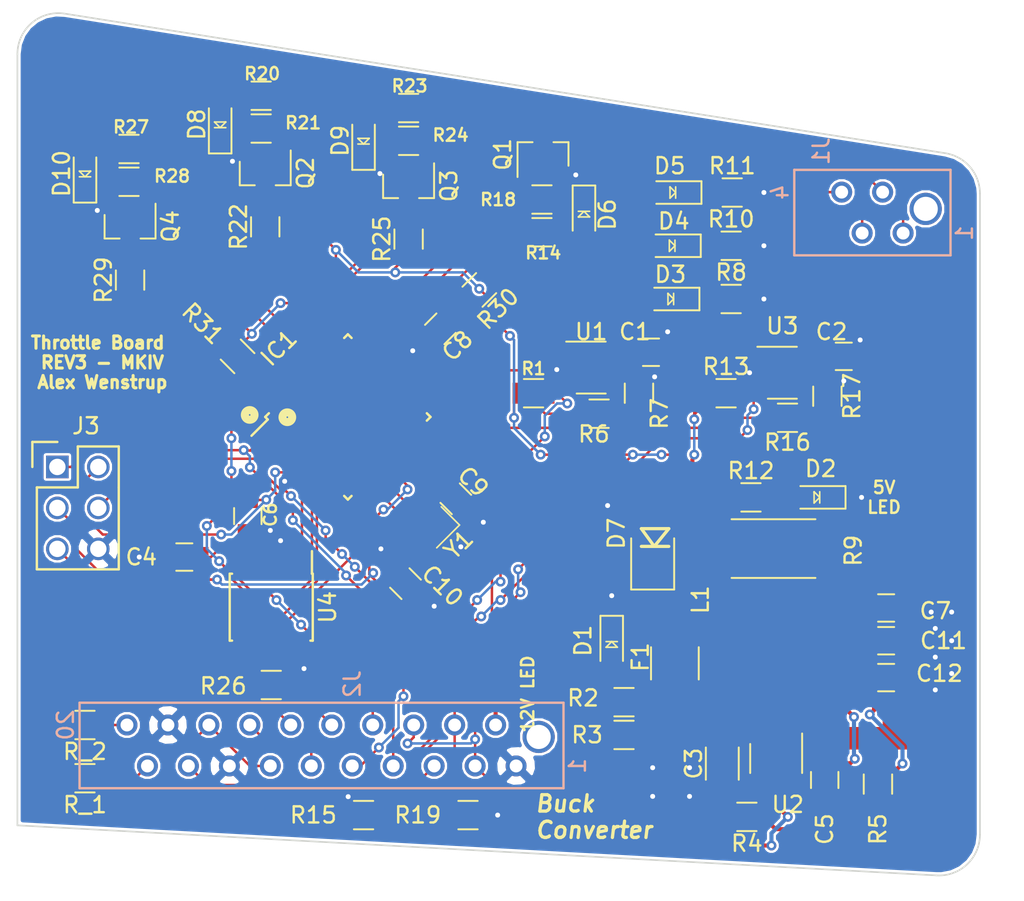
<source format=kicad_pcb>
(kicad_pcb (version 20171130) (host pcbnew 5.0.1-33cea8e~68~ubuntu18.04.1)
  (layers (0 F.Cu signal) (31 B.Cu signal) (34 B.Paste user) (35 F.Paste user) (36 B.SilkS user) (37 F.SilkS user) (38 B.Mask user) (39 F.Mask user hide) (44 Edge.Cuts user))
  (net 0 "")
  (net 1 GND)
  (net 2 VCC)
  (net 3 "Net-(D2-Pad2)")
  (net 4 /12V_Fused)
  (net 5 "Net-(C5-Pad1)")
  (net 6 "Net-(C5-Pad2)")
  (net 7 "Net-(C11-Pad1)")
  (net 8 "Net-(D1-Pad2)")
  (net 9 +12V)
  (net 10 "Net-(R3-Pad2)")
  (net 11 "Net-(R4-Pad1)")
  (net 12 "Net-(C8-Pad1)")
  (net 13 "Net-(C9-Pad1)")
  (net 14 "Net-(C10-Pad1)")
  (net 15 /ProgrammingLED1)
  (net 16 "Net-(D3-Pad1)")
  (net 17 "Net-(D4-Pad1)")
  (net 18 /ProgrammingLED2)
  (net 19 /ProgrammingLED3)
  (net 20 "Net-(D5-Pad1)")
  (net 21 "Net-(D6-Pad2)")
  (net 22 "Net-(D8-Pad2)")
  (net 23 "Net-(D9-Pad2)")
  (net 24 "Net-(D10-Pad2)")
  (net 25 /MISO)
  (net 26 /MOSI)
  (net 27 "Net-(IC1-Pad3)")
  (net 28 /TXCAN)
  (net 29 /RXCAN)
  (net 30 "Net-(IC1-Pad8)")
  (net 31 "Net-(IC1-Pad9)")
  (net 32 /SCK)
  (net 33 /Drive_Mode_Out)
  (net 34 "Net-(IC1-Pad14)")
  (net 35 "Net-(IC1-Pad15)")
  (net 36 "Net-(IC1-Pad16)")
  (net 37 /Throttle1Adjusted)
  (net 38 /Throttle2Adjusted)
  (net 39 "Net-(IC1-Pad21)")
  (net 40 /ReadyToDrive_LowDrive)
  (net 41 /SS_Inertia_Out_n)
  (net 42 /SS_EStop_Out_n)
  (net 43 /SS_BOTS_Out_n)
  (net 44 "Net-(IC1-Pad29)")
  (net 45 "Net-(IC1-Pad30)")
  (net 46 /RESET)
  (net 47 "Net-(IC1-Pad32)")
  (net 48 /SS_Cockpit_EStop)
  (net 49 /SS_BOTS)
  (net 50 /SS_Inertia_Switch)
  (net 51 /RTD)
  (net 52 /GND_DriveMode)
  (net 53 /CANH)
  (net 54 /CANL)
  (net 55 /Throttle1_Right_Sense)
  (net 56 /Throttle2_Left_Sense)
  (net 57 /LED1)
  (net 58 /LED2)
  (net 59 "Net-(R6-Pad2)")
  (net 60 "Net-(R16-Pad2)")
  (net 61 "Net-(U4-Pad5)")
  (module footprints:C_0805_OEM (layer F.Cu) (at 146.390879 91.548933 90)
    (fp_text reference C5 (at -3.048 0 90) (layer F.SilkS))
    (fp_text value C_0.1uF hide)
    (pad 2 smd rect (at 1 0 90) (size 1 1.25) (layers F.Cu F.Paste F.Mask) (net 6 "Net-(C5-Pad2)"))
    (pad 1 smd rect (at -1 0 90) (size 1 1.25) (layers F.Cu F.Paste F.Mask) (net 5 "Net-(C5-Pad1)"))
  )
  (module footprints:C_0805_OEM (layer F.Cu) (at 150.200879 82.912933)
    (fp_text reference C11 (at 3.556 0) (layer F.SilkS))
    (fp_text value C_1uF hide)
    (pad 2 smd rect (at 1 0) (size 1 1.25) (layers F.Cu F.Paste F.Mask) (net 1 GND))
    (pad 1 smd rect (at -1 0) (size 1 1.25) (layers F.Cu F.Paste F.Mask) (net 7 "Net-(C11-Pad1)"))
  )
  (module footprints:C_0805_OEM (layer F.Cu) (at 150.200879 85.198933)
    (fp_text reference C12 (at 3.302 -0.254) (layer F.SilkS))
    (fp_text value C_47uF hide)
    (pad 2 smd rect (at 1 0) (size 1 1.25) (layers F.Cu F.Paste F.Mask) (net 1 GND))
    (pad 1 smd rect (at -1 0) (size 1 1.25) (layers F.Cu F.Paste F.Mask) (net 7 "Net-(C11-Pad1)"))
  )
  (module footprints:LED_0805_OEM (layer F.Cu) (at 145.882879 74.022933 180)
    (fp_text reference D2 (at -0.254 1.778) (layer F.SilkS))
    (fp_text value LED_0805 hide)
    (pad 1 smd rect (at -1.1 0) (size 1.2 1.2) (layers F.Cu F.Paste F.Mask) (net 1 GND))
    (pad 2 smd rect (at 1.1 0) (size 1.2 1.2) (layers F.Cu F.Paste F.Mask) (net 3 "Net-(D2-Pad2)"))
  )
  (module footprints:Fuse_1210 (layer F.Cu) (at 137.100379 84.315433 270)
    (fp_text reference F1 (at -0.3865 2.1395 90) (layer F.SilkS))
    (fp_text value 500mA hide)
    (pad 2 smd rect (at 1.45 0 270) (size 0.9 2.5) (layers F.Cu F.Paste F.Mask) (net 4 /12V_Fused))
    (pad 1 smd rect (at -1.45 0 270) (size 0.9 2.5) (layers F.Cu F.Paste F.Mask) (net 9 +12V))
  )
  (module footprints:4.7uH_Inductor_OEM (layer F.Cu) (at 143.406379 83.611433 90)
    (fp_text reference L1 (at 3.2385 -4.722379 90) (layer F.SilkS))
    (fp_text value L_4.7uH hide)
    (pad 2 smd rect (at 2.35 0 90) (size 3.3 8.2) (layers F.Cu F.Paste F.Mask) (net 7 "Net-(C11-Pad1)"))
    (pad 1 smd rect (at -2.35 0 90) (size 3.3 8.2) (layers F.Cu F.Paste F.Mask) (net 6 "Net-(C5-Pad2)"))
  )
  (module footprints:R_0805_OEM (layer F.Cu) (at 133.944879 86.722933 180)
    (fp_text reference R2 (at 2.54 0.254 180) (layer F.SilkS))
    (fp_text value R_1k hide)
    (pad 2 smd rect (at 0.95 0 180) (size 0.7 1.3) (layers F.Cu F.Paste F.Mask) (net 8 "Net-(D1-Pad2)"))
    (pad 1 smd rect (at -0.95 0 180) (size 0.7 1.3) (layers F.Cu F.Paste F.Mask) (net 4 /12V_Fused))
  )
  (module footprints:R_0805_OEM (layer F.Cu) (at 133.944879 88.754933 180)
    (fp_text reference R3 (at 2.286 0) (layer F.SilkS))
    (fp_text value R_10k hide)
    (pad 2 smd rect (at 0.95 0 180) (size 0.7 1.3) (layers F.Cu F.Paste F.Mask) (net 10 "Net-(R3-Pad2)"))
    (pad 1 smd rect (at -0.95 0 180) (size 0.7 1.3) (layers F.Cu F.Paste F.Mask) (net 4 /12V_Fused))
  )
  (module footprints:R_0805_OEM (layer F.Cu) (at 141.818879 74.022933)
    (fp_text reference R12 (at 0 -1.65) (layer F.SilkS))
    (fp_text value R_200 hide)
    (pad 2 smd rect (at 0.95 0) (size 0.7 1.3) (layers F.Cu F.Paste F.Mask) (net 3 "Net-(D2-Pad2)"))
    (pad 1 smd rect (at -0.95 0) (size 0.7 1.3) (layers F.Cu F.Paste F.Mask) (net 2 VCC))
  )
  (module footprints:SOT-23-6_OEM (layer F.Cu) (at 143.380979 90.215433 270)
    (fp_text reference U2 (at 2.8575 -0.7239) (layer F.SilkS))
    (fp_text value TPS561201 hide)
    (pad 5 smd rect (at 1.1 0 270) (size 1.06 0.65) (layers F.Cu F.Paste F.Mask) (net 10 "Net-(R3-Pad2)"))
    (pad 6 smd rect (at 1.1 -0.95 270) (size 1.06 0.65) (layers F.Cu F.Paste F.Mask) (net 5 "Net-(C5-Pad1)"))
    (pad 4 smd rect (at 1.1 0.95 270) (size 1.06 0.65) (layers F.Cu F.Paste F.Mask) (net 11 "Net-(R4-Pad1)"))
    (pad 3 smd rect (at -1.1 0.95 270) (size 1.06 0.65) (layers F.Cu F.Paste F.Mask) (net 4 /12V_Fused))
    (pad 2 smd rect (at -1.1 0 270) (size 1.06 0.65) (layers F.Cu F.Paste F.Mask) (net 6 "Net-(C5-Pad2)"))
    (pad 1 smd rect (at -1.1 -0.95 270) (size 1.06 0.65) (layers F.Cu F.Paste F.Mask) (net 1 GND))
  )
  (module footprints:C_1206_OEM (layer F.Cu) (at 140.040879 90.532933 270)
    (fp_text reference C3 (at 0 1.778 270) (layer F.SilkS))
    (fp_text value C_22uF hide)
    (pad 2 smd rect (at 1.5 0 270) (size 1 1.6) (layers F.Cu F.Paste F.Mask) (net 1 GND))
    (pad 1 smd rect (at -1.5 0 270) (size 1 1.6) (layers F.Cu F.Paste F.Mask) (net 4 /12V_Fused))
  )
  (module footprints:C_0805_OEM (layer F.Cu) (at 150.200879 80.880933)
    (fp_text reference C7 (at 3.052 0.183) (layer F.SilkS))
    (fp_text value C_0.1uF hide)
    (pad 2 smd rect (at 1 0) (size 1 1.25) (layers F.Cu F.Paste F.Mask) (net 1 GND))
    (pad 1 smd rect (at -1 0) (size 1 1.25) (layers F.Cu F.Paste F.Mask) (net 7 "Net-(C11-Pad1)"))
  )
  (module footprints:LED_0805_OEM (layer F.Cu) (at 133.182879 83.166933 270)
    (fp_text reference D1 (at -0.254 1.778 270) (layer F.SilkS))
    (fp_text value LED_0805 hide)
    (pad 1 smd rect (at -1.1 0 90) (size 1.2 1.2) (layers F.Cu F.Paste F.Mask) (net 1 GND))
    (pad 2 smd rect (at 1.1 0 90) (size 1.2 1.2) (layers F.Cu F.Paste F.Mask) (net 8 "Net-(D1-Pad2)"))
  )
  (module footprints:DO-214AA (layer F.Cu) (at 135.722879 76.562933 90)
    (fp_text reference D7 (at 0.3 -2.25 90) (layer F.SilkS))
    (fp_text value D_Zener_18V hide)
    (pad 1 smd rect (at -2.032 0 270) (size 1.778 2.159) (layers F.Cu F.Paste F.Mask) (net 9 +12V))
    (pad 2 smd rect (at 2.032 0 270) (size 1.778 2.159) (layers F.Cu F.Paste F.Mask) (net 1 GND))
  )
  (module footprints:R_2512_OEM (layer F.Cu) (at 143.215879 77.197933)
    (fp_text reference R9 (at 4.953 0.127 90) (layer F.SilkS))
    (fp_text value R_0_Jumper hide)
    (pad 2 smd rect (at 3.1 0) (size 1 3.2) (layers F.Cu F.Paste F.Mask) (net 7 "Net-(C11-Pad1)"))
    (pad 1 smd rect (at -3.1 0) (size 1 3.2) (layers F.Cu F.Paste F.Mask) (net 2 VCC))
  )
  (module footprints:R_0805_OEM (layer F.Cu) (at 141.564879 93.834933 180)
    (fp_text reference R4 (at 0 -1.65 180) (layer F.SilkS))
    (fp_text value R_10k hide)
    (pad 2 smd rect (at 0.95 0 180) (size 0.7 1.3) (layers F.Cu F.Paste F.Mask) (net 1 GND))
    (pad 1 smd rect (at -0.95 0 180) (size 0.7 1.3) (layers F.Cu F.Paste F.Mask) (net 11 "Net-(R4-Pad1)"))
  )
  (module footprints:R_0805_OEM (layer F.Cu) (at 149.692879 91.802933 90)
    (fp_text reference R5 (at -2.794 0 90) (layer F.SilkS))
    (fp_text value R_51.1k hide)
    (pad 2 smd rect (at 0.95 0 90) (size 0.7 1.3) (layers F.Cu F.Paste F.Mask) (net 7 "Net-(C11-Pad1)"))
    (pad 1 smd rect (at -0.95 0 90) (size 0.7 1.3) (layers F.Cu F.Paste F.Mask) (net 11 "Net-(R4-Pad1)"))
  )
  (module footprints:C_0805_OEM (layer F.Cu) (at 135.62 65.024 180)
    (fp_text reference C1 (at 1 1.27 180) (layer F.SilkS))
    (fp_text value C_0.1uF hide)
    (pad 2 smd rect (at 1 0 180) (size 1 1.25) (layers F.Cu F.Paste F.Mask) (net 2 VCC))
    (pad 1 smd rect (at -1 0 180) (size 1 1.25) (layers F.Cu F.Paste F.Mask) (net 1 GND))
  )
  (module footprints:C_0805_OEM (layer F.Cu) (at 147.574 65.278 180)
    (fp_text reference C2 (at 0.762 1.524 180) (layer F.SilkS))
    (fp_text value C_0.1uF hide)
    (pad 1 smd rect (at -1 0 180) (size 1 1.25) (layers F.Cu F.Paste F.Mask) (net 1 GND))
    (pad 2 smd rect (at 1 0 180) (size 1 1.25) (layers F.Cu F.Paste F.Mask) (net 2 VCC))
  )
  (module footprints:C_0805_OEM (layer F.Cu) (at 106.68 77.724 180)
    (fp_text reference C4 (at 2.667 0 180) (layer F.SilkS))
    (fp_text value C_0.1uF hide)
    (pad 1 smd rect (at -1 0 180) (size 1 1.25) (layers F.Cu F.Paste F.Mask) (net 2 VCC))
    (pad 2 smd rect (at 1 0 180) (size 1 1.25) (layers F.Cu F.Paste F.Mask) (net 1 GND))
  )
  (module footprints:C_0805_OEM (layer F.Cu) (at 110.617 75.184 270)
    (fp_text reference C6 (at -0.086828 -1.397 270) (layer F.SilkS) (effects (font (size 0.762 0.762))))
    (fp_text value C_0.1uF hide)
    (pad 2 smd rect (at 1 0 270) (size 1 1.25) (layers F.Cu F.Paste F.Mask) (net 1 GND))
    (pad 1 smd rect (at -1 0 270) (size 1 1.25) (layers F.Cu F.Paste F.Mask) (net 2 VCC))
  )
  (module footprints:C_0805_OEM (layer F.Cu) (at 122.561368 63.571676 225)
    (fp_text reference C8 (at 0 -1.5 225) (layer F.SilkS))
    (fp_text value C_100pF hide)
    (pad 1 smd rect (at -1 0 225) (size 1 1.25) (layers F.Cu F.Paste F.Mask) (net 12 "Net-(C8-Pad1)"))
    (pad 2 smd rect (at 1 0 225) (size 1 1.25) (layers F.Cu F.Paste F.Mask) (net 1 GND))
  )
  (module footprints:C_0805_OEM (layer F.Cu) (at 123.516107 74.113107 315)
    (fp_text reference C9 (at 0 -1.5 315) (layer F.SilkS))
    (fp_text value C_30pF hide)
    (pad 1 smd rect (at -1 0 315) (size 1 1.25) (layers F.Cu F.Paste F.Mask) (net 13 "Net-(C9-Pad1)"))
    (pad 2 smd rect (at 1 0 315) (size 1 1.25) (layers F.Cu F.Paste F.Mask) (net 1 GND))
  )
  (module footprints:C_0805_OEM (layer F.Cu) (at 120.396 79.375 315)
    (fp_text reference C10 (at 1.706249 -1.526644 315) (layer F.SilkS))
    (fp_text value C_30pF hide)
    (pad 2 smd rect (at 1 0 315) (size 1 1.25) (layers F.Cu F.Paste F.Mask) (net 1 GND))
    (pad 1 smd rect (at -1 0 315) (size 1 1.25) (layers F.Cu F.Paste F.Mask) (net 14 "Net-(C10-Pad1)"))
  )
  (module footprints:LED_0805_OEM (layer F.Cu) (at 136.822 61.722 180)
    (fp_text reference D3 (at 0 1.524 180) (layer F.SilkS))
    (fp_text value LED_0805 hide)
    (pad 2 smd rect (at 1.1 0) (size 1.2 1.2) (layers F.Cu F.Paste F.Mask) (net 15 /ProgrammingLED1))
    (pad 1 smd rect (at -1.1 0) (size 1.2 1.2) (layers F.Cu F.Paste F.Mask) (net 16 "Net-(D3-Pad1)"))
  )
  (module footprints:LED_0805_OEM (layer F.Cu) (at 136.906 58.42 180)
    (fp_text reference D4 (at -0.127 1.524 180) (layer F.SilkS))
    (fp_text value LED_0805 hide)
    (pad 1 smd rect (at -1.1 0) (size 1.2 1.2) (layers F.Cu F.Paste F.Mask) (net 17 "Net-(D4-Pad1)"))
    (pad 2 smd rect (at 1.1 0) (size 1.2 1.2) (layers F.Cu F.Paste F.Mask) (net 18 /ProgrammingLED2))
  )
  (module footprints:LED_0805_OEM (layer F.Cu) (at 136.949 55.118 180)
    (fp_text reference D5 (at 0.17 1.651 180) (layer F.SilkS))
    (fp_text value LED_0805 hide)
    (pad 2 smd rect (at 1.1 0) (size 1.2 1.2) (layers F.Cu F.Paste F.Mask) (net 19 /ProgrammingLED3))
    (pad 1 smd rect (at -1.1 0) (size 1.2 1.2) (layers F.Cu F.Paste F.Mask) (net 20 "Net-(D5-Pad1)"))
  )
  (module footprints:LED_0805_OEM (layer F.Cu) (at 131.462711 56.483147 270)
    (fp_text reference D6 (at 0 -1.45 270) (layer F.SilkS))
    (fp_text value LED_0805 hide)
    (pad 1 smd rect (at -1.1 0 90) (size 1.2 1.2) (layers F.Cu F.Paste F.Mask) (net 1 GND))
    (pad 2 smd rect (at 1.1 0 90) (size 1.2 1.2) (layers F.Cu F.Paste F.Mask) (net 21 "Net-(D6-Pad2)"))
  )
  (module footprints:LED_0805_OEM (layer F.Cu) (at 108.903581 50.895369 90)
    (fp_text reference D8 (at 0 -1.45 90) (layer F.SilkS))
    (fp_text value LED_0805 hide)
    (pad 1 smd rect (at -1.1 0 270) (size 1.2 1.2) (layers F.Cu F.Paste F.Mask) (net 1 GND))
    (pad 2 smd rect (at 1.1 0 270) (size 1.2 1.2) (layers F.Cu F.Paste F.Mask) (net 22 "Net-(D8-Pad2)"))
  )
  (module footprints:LED_0805_OEM (layer F.Cu) (at 117.793581 51.911369 90)
    (fp_text reference D9 (at 0 -1.45 90) (layer F.SilkS))
    (fp_text value LED_0805 hide)
    (pad 2 smd rect (at 1.1 0 270) (size 1.2 1.2) (layers F.Cu F.Paste F.Mask) (net 23 "Net-(D9-Pad2)"))
    (pad 1 smd rect (at -1.1 0 270) (size 1.2 1.2) (layers F.Cu F.Paste F.Mask) (net 1 GND))
  )
  (module footprints:LED_0805_OEM (layer F.Cu) (at 100.521581 53.943369 90)
    (fp_text reference D10 (at 0 -1.45 90) (layer F.SilkS))
    (fp_text value LED_0805 hide)
    (pad 2 smd rect (at 1.1 0 270) (size 1.2 1.2) (layers F.Cu F.Paste F.Mask) (net 24 "Net-(D10-Pad2)"))
    (pad 1 smd rect (at -1.1 0 270) (size 1.2 1.2) (layers F.Cu F.Paste F.Mask) (net 1 GND))
  )
  (module footprints:micromatch_female_vert_4 (layer B.Cu) (at 146.174 57.634 90)
    (fp_text reference J1 (at 5.08 0 90) (layer B.SilkS) (effects (justify mirror)))
    (fp_text value micromatch_female_TOP_ENTRY_locking_4 hide)
    (fp_text user 4 (at 2.54 -2.54 90) (layer B.SilkS) (effects (justify mirror)))
    (fp_text user 1 (at 0 8.89 90) (layer B.SilkS) (effects (justify mirror)))
    (pad 3 thru_hole circle (at 0 2.54 90) (size 1.3 1.3) (drill 0.8) (layers *.Cu *.Mask) (net 48 /SS_Cockpit_EStop))
    (pad 1 thru_hole circle (at 0 5.08 90) (size 1.3 1.3) (drill 0.8) (layers *.Cu *.Mask) (net 49 /SS_BOTS))
    (pad 2 thru_hole circle (at 2.54 3.81 90) (size 1.3 1.3) (drill 0.8) (layers *.Cu *.Mask) (net 50 /SS_Inertia_Switch))
    (pad 4 thru_hole circle (at 2.54 1.27 90) (size 1.3 1.3) (drill 0.8) (layers *.Cu *.Mask) (net 51 /RTD))
    (pad 5 thru_hole circle (at 1.5 6.48 90) (size 2 2) (drill 1.5) (layers *.Cu *.Mask))
  )
  (module footprints:micromatch_female_vert_20 (layer B.Cu) (at 122.174 90.678 90)
    (fp_text reference J2 (at 5.08 -5.08 90) (layer B.SilkS) (effects (justify mirror)))
    (fp_text value micromatch_female_TOP_ENTRY_locking_20 hide)
    (fp_text user 20 (at 2.54 -22.86 90) (layer B.SilkS) (effects (justify mirror)))
    (fp_text user 1 (at 0 8.89 90) (layer B.SilkS) (effects (justify mirror)))
    (pad 5 thru_hole circle (at 0 0 90) (size 1.3 1.3) (drill 0.8) (layers *.Cu *.Mask) (net 52 /GND_DriveMode))
    (pad 3 thru_hole circle (at 0 2.54 90) (size 1.3 1.3) (drill 0.8) (layers *.Cu *.Mask) (net 2 VCC))
    (pad 1 thru_hole circle (at 0 5.08 90) (size 1.3 1.3) (drill 0.8) (layers *.Cu *.Mask) (net 1 GND))
    (pad 7 thru_hole circle (at 0 -2.54 90) (size 1.3 1.3) (drill 0.8) (layers *.Cu *.Mask) (net 26 /MOSI))
    (pad 2 thru_hole circle (at 2.54 3.81 90) (size 1.3 1.3) (drill 0.8) (layers *.Cu *.Mask) (net 9 +12V))
    (pad 4 thru_hole circle (at 2.54 1.27 90) (size 1.3 1.3) (drill 0.8) (layers *.Cu *.Mask) (net 33 /Drive_Mode_Out))
    (pad 6 thru_hole circle (at 2.54 -1.27 90) (size 1.3 1.3) (drill 0.8) (layers *.Cu *.Mask) (net 2 VCC))
    (pad 8 thru_hole circle (at 2.54 -3.81 90) (size 1.3 1.3) (drill 0.8) (layers *.Cu *.Mask) (net 25 /MISO))
    (pad 9 thru_hole circle (at 0 -5.08 90) (size 1.3 1.3) (drill 0.8) (layers *.Cu *.Mask) (net 32 /SCK))
    (pad 10 thru_hole circle (at 2.54 -6.35 90) (size 1.3 1.3) (drill 0.8) (layers *.Cu *.Mask) (net 46 /RESET))
    (pad 11 thru_hole circle (at 0 -7.62 90) (size 1.3 1.3) (drill 0.8) (layers *.Cu *.Mask) (net 53 /CANH))
    (pad 12 thru_hole circle (at 2.54 -8.89 90) (size 1.3 1.3) (drill 0.8) (layers *.Cu *.Mask) (net 54 /CANL))
    (pad 13 thru_hole circle (at 0 -10.16 90) (size 1.3 1.3) (drill 0.8) (layers *.Cu *.Mask) (net 2 VCC))
    (pad 14 thru_hole circle (at 2.54 -11.43 90) (size 1.3 1.3) (drill 0.8) (layers *.Cu *.Mask) (net 55 /Throttle1_Right_Sense))
    (pad 15 thru_hole circle (at 0 -12.7 90) (size 1.3 1.3) (drill 0.8) (layers *.Cu *.Mask) (net 1 GND))
    (pad 16 thru_hole circle (at 2.54 -13.97 90) (size 1.3 1.3) (drill 0.8) (layers *.Cu *.Mask) (net 2 VCC))
    (pad 17 thru_hole circle (at 0 -15.24 90) (size 1.3 1.3) (drill 0.8) (layers *.Cu *.Mask) (net 56 /Throttle2_Left_Sense))
    (pad 18 thru_hole circle (at 2.54 -16.51 90) (size 1.3 1.3) (drill 0.8) (layers *.Cu *.Mask) (net 1 GND))
    (pad 19 thru_hole circle (at 0 -17.78 90) (size 1.3 1.3) (drill 0.8) (layers *.Cu *.Mask) (net 57 /LED1))
    (pad 20 thru_hole circle (at 2.54 -19.05 90) (size 1.3 1.3) (drill 0.8) (layers *.Cu *.Mask) (net 58 /LED2))
    (pad 21 thru_hole circle (at 1.8 6.48 90) (size 2 2) (drill 1.5) (layers *.Cu *.Mask))
  )
  (module footprints:Pin_Header_Straight_2x03 (layer F.Cu) (at 98.806 72.136)
    (fp_text reference J3 (at 1.778 -2.54) (layer F.SilkS))
    (fp_text value CONN_02X03 hide)
    (pad 1 thru_hole rect (at 0 0) (size 1.4 1.4) (drill 1.016) (layers *.Cu *.Mask) (net 25 /MISO))
    (pad 2 thru_hole circle (at 2.54 0) (size 1.4 1.4) (drill 1.016) (layers *.Cu *.Mask) (net 2 VCC))
    (pad 3 thru_hole circle (at 0 2.54) (size 1.4 1.4) (drill 1.016) (layers *.Cu *.Mask) (net 32 /SCK))
    (pad 4 thru_hole circle (at 2.54 2.54) (size 1.4 1.4) (drill 1.016) (layers *.Cu *.Mask) (net 26 /MOSI))
    (pad 5 thru_hole circle (at 0 5.08) (size 1.4 1.4) (drill 1.016) (layers *.Cu *.Mask) (net 46 /RESET))
    (pad 6 thru_hole circle (at 2.54 5.08) (size 1.4 1.4) (drill 1.016) (layers *.Cu *.Mask) (net 1 GND))
  )
  (module footprints:SOT-23F (layer F.Cu) (at 128.922711 52.757147 90)
    (fp_text reference Q1 (at 0 -2.5 90) (layer F.SilkS))
    (fp_text value SSM3K333R hide)
    (pad 1 smd rect (at -1.05 -0.95 90) (size 0.9 0.8) (layers F.Cu F.Paste F.Mask) (net 40 /ReadyToDrive_LowDrive))
    (pad 2 smd rect (at -1.05 0.95 90) (size 0.9 0.8) (layers F.Cu F.Paste F.Mask) (net 1 GND))
    (pad 3 smd rect (at 1.05 0 90) (size 0.9 0.8) (layers F.Cu F.Paste F.Mask) (net 51 /RTD))
  )
  (module footprints:SOT-23F (layer F.Cu) (at 111.697581 53.909369 270)
    (fp_text reference Q2 (at 0 -2.5 270) (layer F.SilkS))
    (fp_text value SSM3K333R hide)
    (pad 1 smd rect (at -1.05 -0.95 270) (size 0.9 0.8) (layers F.Cu F.Paste F.Mask) (net 50 /SS_Inertia_Switch))
    (pad 2 smd rect (at -1.05 0.95 270) (size 0.9 0.8) (layers F.Cu F.Paste F.Mask) (net 1 GND))
    (pad 3 smd rect (at 1.05 0 270) (size 0.9 0.8) (layers F.Cu F.Paste F.Mask) (net 41 /SS_Inertia_Out_n))
  )
  (module footprints:SOT-23F (layer F.Cu) (at 120.587581 54.705369 270)
    (fp_text reference Q3 (at 0 -2.5 270) (layer F.SilkS))
    (fp_text value SSM3K333R hide)
    (pad 3 smd rect (at 1.05 0 270) (size 0.9 0.8) (layers F.Cu F.Paste F.Mask) (net 42 /SS_EStop_Out_n))
    (pad 2 smd rect (at -1.05 0.95 270) (size 0.9 0.8) (layers F.Cu F.Paste F.Mask) (net 1 GND))
    (pad 1 smd rect (at -1.05 -0.95 270) (size 0.9 0.8) (layers F.Cu F.Paste F.Mask) (net 48 /SS_Cockpit_EStop))
  )
  (module footprints:SOT-23F (layer F.Cu) (at 103.315581 57.211369 270)
    (fp_text reference Q4 (at 0 -2.5 270) (layer F.SilkS))
    (fp_text value SSM3K333R hide)
    (pad 3 smd rect (at 1.05 0 270) (size 0.9 0.8) (layers F.Cu F.Paste F.Mask) (net 43 /SS_BOTS_Out_n))
    (pad 2 smd rect (at -1.05 0.95 270) (size 0.9 0.8) (layers F.Cu F.Paste F.Mask) (net 1 GND))
    (pad 1 smd rect (at -1.05 -0.95 270) (size 0.9 0.8) (layers F.Cu F.Paste F.Mask) (net 49 /SS_BOTS))
  )
  (module footprints:R_0805_OEM (layer F.Cu) (at 128.336 67.564)
    (fp_text reference R1 (at 0 -1.524) (layer F.SilkS) (effects (font (size 0.762 0.762))))
    (fp_text value R_1M hide)
    (pad 1 smd rect (at -0.95 0) (size 0.7 1.3) (layers F.Cu F.Paste F.Mask) (net 2 VCC))
    (pad 2 smd rect (at 0.95 0) (size 0.7 1.3) (layers F.Cu F.Paste F.Mask) (net 55 /Throttle1_Right_Sense))
  )
  (module footprints:R_0805_OEM (layer F.Cu) (at 132.4 68.834)
    (fp_text reference R6 (at -0.32 1.27) (layer F.SilkS))
    (fp_text value R_1k hide)
    (pad 2 smd rect (at 0.95 0) (size 0.7 1.3) (layers F.Cu F.Paste F.Mask) (net 59 "Net-(R6-Pad2)"))
    (pad 1 smd rect (at -0.95 0) (size 0.7 1.3) (layers F.Cu F.Paste F.Mask) (net 38 /Throttle2Adjusted))
  )
  (module footprints:R_0805_OEM (layer F.Cu) (at 134.874 67.564 90)
    (fp_text reference R7 (at -1.27 1.27 90) (layer F.SilkS))
    (fp_text value R_2.2k hide)
    (pad 1 smd rect (at -0.95 0 90) (size 0.7 1.3) (layers F.Cu F.Paste F.Mask) (net 59 "Net-(R6-Pad2)"))
    (pad 2 smd rect (at 0.95 0 90) (size 0.7 1.3) (layers F.Cu F.Paste F.Mask) (net 1 GND))
  )
  (module footprints:R_0805_OEM (layer F.Cu) (at 140.589 61.722)
    (fp_text reference R8 (at 0 -1.65) (layer F.SilkS))
    (fp_text value R_200 hide)
    (pad 2 smd rect (at 0.95 0) (size 0.7 1.3) (layers F.Cu F.Paste F.Mask) (net 1 GND))
    (pad 1 smd rect (at -0.95 0) (size 0.7 1.3) (layers F.Cu F.Paste F.Mask) (net 16 "Net-(D3-Pad1)"))
  )
  (module footprints:R_0805_OEM (layer F.Cu) (at 140.589 58.42)
    (fp_text reference R10 (at 0 -1.65) (layer F.SilkS))
    (fp_text value R_200 hide)
    (pad 2 smd rect (at 0.95 0) (size 0.7 1.3) (layers F.Cu F.Paste F.Mask) (net 1 GND))
    (pad 1 smd rect (at -0.95 0) (size 0.7 1.3) (layers F.Cu F.Paste F.Mask) (net 17 "Net-(D4-Pad1)"))
  )
  (module footprints:R_0805_OEM (layer F.Cu) (at 140.655 55.118)
    (fp_text reference R11 (at 0 -1.65) (layer F.SilkS))
    (fp_text value R_200 hide)
    (pad 2 smd rect (at 0.95 0) (size 0.7 1.3) (layers F.Cu F.Paste F.Mask) (net 1 GND))
    (pad 1 smd rect (at -0.95 0) (size 0.7 1.3) (layers F.Cu F.Paste F.Mask) (net 20 "Net-(D5-Pad1)"))
  )
  (module footprints:R_0805_OEM (layer F.Cu) (at 140.274 67.564)
    (fp_text reference R13 (at 0 -1.65) (layer F.SilkS))
    (fp_text value R_1M hide)
    (pad 2 smd rect (at 0.95 0) (size 0.7 1.3) (layers F.Cu F.Paste F.Mask) (net 56 /Throttle2_Left_Sense))
    (pad 1 smd rect (at -0.95 0) (size 0.7 1.3) (layers F.Cu F.Paste F.Mask) (net 2 VCC))
  )
  (module footprints:R_0805_OEM (layer F.Cu) (at 128.856711 57.583147)
    (fp_text reference R14 (at 0.078413 1.278629 -180) (layer F.SilkS) (effects (font (size 0.762 0.762))))
    (fp_text value R_200 hide)
    (pad 1 smd rect (at -0.95 0) (size 0.7 1.3) (layers F.Cu F.Paste F.Mask) (net 40 /ReadyToDrive_LowDrive))
    (pad 2 smd rect (at 0.95 0) (size 0.7 1.3) (layers F.Cu F.Paste F.Mask) (net 21 "Net-(D6-Pad2)"))
  )
  (module footprints:R_0805_OEM (layer F.Cu) (at 117.795 93.726)
    (fp_text reference R15 (at -3.114 0 180) (layer F.SilkS))
    (fp_text value R_22K hide)
    (pad 1 smd rect (at -0.95 0) (size 0.7 1.3) (layers F.Cu F.Paste F.Mask) (net 1 GND))
    (pad 2 smd rect (at 0.95 0) (size 0.7 1.3) (layers F.Cu F.Paste F.Mask) (net 52 /GND_DriveMode))
  )
  (module footprints:R_0805_OEM (layer F.Cu) (at 144.084 69.088)
    (fp_text reference R16 (at 0 1.524) (layer F.SilkS))
    (fp_text value R_2.2k hide)
    (pad 1 smd rect (at -0.95 0) (size 0.7 1.3) (layers F.Cu F.Paste F.Mask) (net 37 /Throttle1Adjusted))
    (pad 2 smd rect (at 0.95 0) (size 0.7 1.3) (layers F.Cu F.Paste F.Mask) (net 60 "Net-(R16-Pad2)"))
  )
  (module footprints:R_0805_OEM (layer F.Cu) (at 146.558 67.752 90)
    (fp_text reference R17 (at 0 1.524 90) (layer F.SilkS))
    (fp_text value R_2.2k hide)
    (pad 2 smd rect (at 0.95 0 90) (size 0.7 1.3) (layers F.Cu F.Paste F.Mask) (net 1 GND))
    (pad 1 smd rect (at -0.95 0 90) (size 0.7 1.3) (layers F.Cu F.Paste F.Mask) (net 60 "Net-(R16-Pad2)"))
  )
  (module footprints:R_0805_OEM (layer F.Cu) (at 128.856711 55.551147)
    (fp_text reference R18 (at -2.715587 0.008629 -180) (layer F.SilkS) (effects (font (size 0.762 0.762))))
    (fp_text value R_100K hide)
    (pad 1 smd rect (at -0.95 0) (size 0.7 1.3) (layers F.Cu F.Paste F.Mask) (net 40 /ReadyToDrive_LowDrive))
    (pad 2 smd rect (at 0.95 0) (size 0.7 1.3) (layers F.Cu F.Paste F.Mask) (net 1 GND))
  )
  (module footprints:R_0805_OEM (layer F.Cu) (at 124.272 93.726)
    (fp_text reference R19 (at -3.114 0) (layer F.SilkS))
    (fp_text value R_22K hide)
    (pad 2 smd rect (at 0.95 0) (size 0.7 1.3) (layers F.Cu F.Paste F.Mask) (net 1 GND))
    (pad 1 smd rect (at -0.95 0) (size 0.7 1.3) (layers F.Cu F.Paste F.Mask) (net 33 /Drive_Mode_Out))
  )
  (module footprints:R_0805_OEM (layer F.Cu) (at 111.443581 49.117369 180)
    (fp_text reference R20 (at -0.062419 1.365369) (layer F.SilkS) (effects (font (size 0.762 0.762))))
    (fp_text value R_1k hide)
    (pad 2 smd rect (at 0.95 0 180) (size 0.7 1.3) (layers F.Cu F.Paste F.Mask) (net 22 "Net-(D8-Pad2)"))
    (pad 1 smd rect (at -0.95 0 180) (size 0.7 1.3) (layers F.Cu F.Paste F.Mask) (net 50 /SS_Inertia_Switch))
  )
  (module footprints:R_0805_OEM (layer F.Cu) (at 111.443581 51.149369 180)
    (fp_text reference R21 (at -2.602419 0.349369) (layer F.SilkS) (effects (font (size 0.762 0.762))))
    (fp_text value R_100k hide)
    (pad 1 smd rect (at -0.95 0 180) (size 0.7 1.3) (layers F.Cu F.Paste F.Mask) (net 50 /SS_Inertia_Switch))
    (pad 2 smd rect (at 0.95 0 180) (size 0.7 1.3) (layers F.Cu F.Paste F.Mask) (net 1 GND))
  )
  (module footprints:R_0805_OEM (layer F.Cu) (at 111.697581 57.245369 90)
    (fp_text reference R22 (at 0 -1.65 90) (layer F.SilkS))
    (fp_text value R_10k hide)
    (pad 1 smd rect (at -0.95 0 90) (size 0.7 1.3) (layers F.Cu F.Paste F.Mask) (net 2 VCC))
    (pad 2 smd rect (at 0.95 0 90) (size 0.7 1.3) (layers F.Cu F.Paste F.Mask) (net 41 /SS_Inertia_Out_n))
  )
  (module footprints:R_0805_OEM (layer F.Cu) (at 120.587581 49.879369 180)
    (fp_text reference R23 (at -0.062419 1.365369) (layer F.SilkS) (effects (font (size 0.762 0.762))))
    (fp_text value R_1k hide)
    (pad 1 smd rect (at -0.95 0 180) (size 0.7 1.3) (layers F.Cu F.Paste F.Mask) (net 48 /SS_Cockpit_EStop))
    (pad 2 smd rect (at 0.95 0 180) (size 0.7 1.3) (layers F.Cu F.Paste F.Mask) (net 23 "Net-(D9-Pad2)"))
  )
  (module footprints:R_0805_OEM (layer F.Cu) (at 120.587581 51.911369 180)
    (fp_text reference R24 (at -2.602419 0.349369) (layer F.SilkS) (effects (font (size 0.762 0.762))))
    (fp_text value R_100k hide)
    (pad 2 smd rect (at 0.95 0 180) (size 0.7 1.3) (layers F.Cu F.Paste F.Mask) (net 1 GND))
    (pad 1 smd rect (at -0.95 0 180) (size 0.7 1.3) (layers F.Cu F.Paste F.Mask) (net 48 /SS_Cockpit_EStop))
  )
  (module footprints:R_0805_OEM (layer F.Cu) (at 120.587581 58.007369 90)
    (fp_text reference R25 (at 0 -1.65 90) (layer F.SilkS))
    (fp_text value R_10k hide)
    (pad 1 smd rect (at -0.95 0 90) (size 0.7 1.3) (layers F.Cu F.Paste F.Mask) (net 2 VCC))
    (pad 2 smd rect (at 0.95 0 90) (size 0.7 1.3) (layers F.Cu F.Paste F.Mask) (net 42 /SS_EStop_Out_n))
  )
  (module footprints:R_0805_OEM (layer F.Cu) (at 112.070075 85.65851 180)
    (fp_text reference R26 (at 2.977075 -0.06649 180) (layer F.SilkS))
    (fp_text value "R_120 DNP" hide)
    (pad 2 smd rect (at 0.949999 0 180) (size 0.7 1.3) (layers F.Cu F.Paste F.Mask) (net 54 /CANL))
    (pad 1 smd rect (at -0.949999 0 180) (size 0.7 1.3) (layers F.Cu F.Paste F.Mask) (net 53 /CANH))
  )
  (module footprints:R_0805_OEM (layer F.Cu) (at 103.249581 52.419369 180)
    (fp_text reference R27 (at -0.128419 1.365369) (layer F.SilkS) (effects (font (size 0.762 0.762))))
    (fp_text value R_1k hide)
    (pad 2 smd rect (at 0.95 0 180) (size 0.7 1.3) (layers F.Cu F.Paste F.Mask) (net 24 "Net-(D10-Pad2)"))
    (pad 1 smd rect (at -0.95 0 180) (size 0.7 1.3) (layers F.Cu F.Paste F.Mask) (net 49 /SS_BOTS))
  )
  (module footprints:R_0805_OEM (layer F.Cu) (at 103.249581 54.451369 180)
    (fp_text reference R28 (at -2.668419 0.349369) (layer F.SilkS) (effects (font (size 0.762 0.762))))
    (fp_text value R_100k hide)
    (pad 2 smd rect (at 0.95 0 180) (size 0.7 1.3) (layers F.Cu F.Paste F.Mask) (net 1 GND))
    (pad 1 smd rect (at -0.95 0 180) (size 0.7 1.3) (layers F.Cu F.Paste F.Mask) (net 49 /SS_BOTS))
  )
  (module footprints:R_0805_OEM (layer F.Cu) (at 103.315581 60.547369 90)
    (fp_text reference R29 (at 0 -1.65 90) (layer F.SilkS))
    (fp_text value R_10k hide)
    (pad 1 smd rect (at -0.95 0 90) (size 0.7 1.3) (layers F.Cu F.Paste F.Mask) (net 2 VCC))
    (pad 2 smd rect (at 0.95 0 90) (size 0.7 1.3) (layers F.Cu F.Paste F.Mask) (net 43 /SS_BOTS_Out_n))
  )
  (module footprints:R_0805_OEM (layer F.Cu) (at 124.974724 61.15832 225)
    (fp_text reference R30 (at 0 -1.65 225) (layer F.SilkS))
    (fp_text value R_100 hide)
    (pad 1 smd rect (at -0.949999 0 225) (size 0.7 1.3) (layers F.Cu F.Paste F.Mask) (net 2 VCC))
    (pad 2 smd rect (at 0.949999 0 225) (size 0.7 1.3) (layers F.Cu F.Paste F.Mask) (net 12 "Net-(C8-Pad1)"))
  )
  (module footprints:R_0805_OEM (layer F.Cu) (at 109.982 65.278 315)
    (fp_text reference R31 (at -2.963485 0.089803 315) (layer F.SilkS))
    (fp_text value R_10k hide)
    (pad 2 smd rect (at 0.95 0 315) (size 0.7 1.3) (layers F.Cu F.Paste F.Mask) (net 46 /RESET))
    (pad 1 smd rect (at -0.95 0 315) (size 0.7 1.3) (layers F.Cu F.Paste F.Mask) (net 2 VCC))
  )
  (module footprints:SOT-23-5_OEM (layer F.Cu) (at 131.91 65.974)
    (fp_text reference U1 (at 0 -2.22) (layer F.SilkS))
    (fp_text value MCP6001 hide)
    (pad 5 smd rect (at 1.1 -0.95) (size 1.06 0.65) (layers F.Cu F.Paste F.Mask) (net 2 VCC))
    (pad 4 smd rect (at 1.1 0.95) (size 1.06 0.65) (layers F.Cu F.Paste F.Mask) (net 59 "Net-(R6-Pad2)"))
    (pad 3 smd rect (at -1.1 0.95) (size 1.06 0.65) (layers F.Cu F.Paste F.Mask) (net 55 /Throttle1_Right_Sense))
    (pad 2 smd rect (at -1.1 0) (size 1.06 0.65) (layers F.Cu F.Paste F.Mask) (net 1 GND))
    (pad 1 smd rect (at -1.1 -0.95) (size 1.06 0.65) (layers F.Cu F.Paste F.Mask) (net 38 /Throttle2Adjusted))
  )
  (module footprints:SOT-23-5_OEM (layer F.Cu) (at 143.764 66.294)
    (fp_text reference U3 (at 0 -2.9) (layer F.SilkS))
    (fp_text value MCP6001 hide)
    (pad 1 smd rect (at -1.1 -0.95) (size 1.06 0.65) (layers F.Cu F.Paste F.Mask) (net 37 /Throttle1Adjusted))
    (pad 2 smd rect (at -1.1 0) (size 1.06 0.65) (layers F.Cu F.Paste F.Mask) (net 1 GND))
    (pad 3 smd rect (at -1.1 0.95) (size 1.06 0.65) (layers F.Cu F.Paste F.Mask) (net 56 /Throttle2_Left_Sense))
    (pad 4 smd rect (at 1.1 0.95) (size 1.06 0.65) (layers F.Cu F.Paste F.Mask) (net 60 "Net-(R16-Pad2)"))
    (pad 5 smd rect (at 1.1 -0.95) (size 1.06 0.65) (layers F.Cu F.Paste F.Mask) (net 2 VCC))
  )
  (module footprints:SOIC-8_3.9x4.9mm_Pitch1.27mm_OEM (layer F.Cu) (at 112.070075 80.832509 270)
    (fp_text reference U4 (at 0 -3.5 270) (layer F.SilkS))
    (fp_text value CAN_Transceiver hide)
    (pad 1 smd rect (at -2.7 -1.905 270) (size 1.55 0.6) (layers F.Cu F.Paste F.Mask) (net 28 /TXCAN))
    (pad 2 smd rect (at -2.7 -0.635 270) (size 1.55 0.6) (layers F.Cu F.Paste F.Mask) (net 1 GND))
    (pad 3 smd rect (at -2.7 0.635 270) (size 1.55 0.6) (layers F.Cu F.Paste F.Mask) (net 2 VCC))
    (pad 4 smd rect (at -2.7 1.905 270) (size 1.55 0.6) (layers F.Cu F.Paste F.Mask) (net 29 /RXCAN))
    (pad 5 smd rect (at 2.7 1.905 270) (size 1.55 0.6) (layers F.Cu F.Paste F.Mask) (net 61 "Net-(U4-Pad5)"))
    (pad 6 smd rect (at 2.7 0.635 270) (size 1.55 0.6) (layers F.Cu F.Paste F.Mask) (net 54 /CANL))
    (pad 7 smd rect (at 2.7 -0.635 270) (size 1.55 0.6) (layers F.Cu F.Paste F.Mask) (net 53 /CANH))
    (pad 8 smd rect (at 2.7 -1.905 270) (size 1.55 0.6) (layers F.Cu F.Paste F.Mask) (net 1 GND))
  )
  (module footprints:Crystal_SMD_FA238 (layer F.Cu) (at 121.199868 76.019503 225)
    (fp_text reference Y1 (at -1.1 -2.432892 225) (layer F.SilkS))
    (fp_text value Crystal_SMD hide)
    (pad 1 smd rect (at -1.1 0.8 225) (size 1.4 1.2) (layers F.Cu F.Mask) (net 13 "Net-(C9-Pad1)"))
    (pad 2 smd rect (at 1.1 0.8 225) (size 1.4 1.2) (layers F.Cu F.Mask) (net 1 GND))
    (pad 3 smd rect (at 1.1 -0.8 225) (size 1.4 1.2) (layers F.Cu F.Mask) (net 14 "Net-(C10-Pad1)"))
    (pad 4 smd rect (at -1.1 -0.8 225) (size 1.4 1.2) (layers F.Cu F.Mask) (net 1 GND))
  )
  (module footprints:TQFP-32_7x7mm_Pitch0.8mm (layer F.Cu) (at 116.821783 69.03549 45)
    (fp_text reference IC1 (at 0 -6.05 45) (layer F.SilkS))
    (fp_text value ATMEGA16M1 hide)
    (pad 1 smd rect (at -4.25 -2.8 45) (size 1.6 0.55) (layers F.Cu F.Paste F.Mask) (net 25 /MISO))
    (pad 2 smd rect (at -4.25 -2 45) (size 1.6 0.55) (layers F.Cu F.Paste F.Mask) (net 26 /MOSI))
    (pad 3 smd rect (at -4.25 -1.2 45) (size 1.6 0.55) (layers F.Cu F.Paste F.Mask) (net 27 "Net-(IC1-Pad3)"))
    (pad 4 smd rect (at -4.25 -0.4 45) (size 1.6 0.55) (layers F.Cu F.Paste F.Mask) (net 2 VCC))
    (pad 5 smd rect (at -4.25 0.4 45) (size 1.6 0.55) (layers F.Cu F.Paste F.Mask) (net 1 GND))
    (pad 6 smd rect (at -4.25 1.2 45) (size 1.6 0.55) (layers F.Cu F.Paste F.Mask) (net 28 /TXCAN))
    (pad 7 smd rect (at -4.25 2 45) (size 1.6 0.55) (layers F.Cu F.Paste F.Mask) (net 29 /RXCAN))
    (pad 8 smd rect (at -4.25 2.8 45) (size 1.6 0.55) (layers F.Cu F.Paste F.Mask) (net 30 "Net-(IC1-Pad8)"))
    (pad 9 smd rect (at -2.8 4.25 135) (size 1.6 0.55) (layers F.Cu F.Paste F.Mask) (net 31 "Net-(IC1-Pad9)"))
    (pad 10 smd rect (at -2 4.25 135) (size 1.6 0.55) (layers F.Cu F.Paste F.Mask) (net 14 "Net-(C10-Pad1)"))
    (pad 11 smd rect (at -1.2 4.25 135) (size 1.6 0.55) (layers F.Cu F.Paste F.Mask) (net 13 "Net-(C9-Pad1)"))
    (pad 12 smd rect (at -0.4 4.25 135) (size 1.6 0.55) (layers F.Cu F.Paste F.Mask) (net 32 /SCK))
    (pad 13 smd rect (at 0.4 4.25 135) (size 1.6 0.55) (layers F.Cu F.Paste F.Mask) (net 33 /Drive_Mode_Out))
    (pad 14 smd rect (at 1.2 4.25 135) (size 1.6 0.55) (layers F.Cu F.Paste F.Mask) (net 34 "Net-(IC1-Pad14)"))
    (pad 15 smd rect (at 2 4.25 135) (size 1.6 0.55) (layers F.Cu F.Paste F.Mask) (net 35 "Net-(IC1-Pad15)"))
    (pad 16 smd rect (at 2.8 4.25 135) (size 1.6 0.55) (layers F.Cu F.Paste F.Mask) (net 36 "Net-(IC1-Pad16)"))
    (pad 17 smd rect (at 4.25 2.8 45) (size 1.6 0.55) (layers F.Cu F.Paste F.Mask) (net 37 /Throttle1Adjusted))
    (pad 18 smd rect (at 4.25 2 45) (size 1.6 0.55) (layers F.Cu F.Paste F.Mask) (net 38 /Throttle2Adjusted))
    (pad 19 smd rect (at 4.25 1.2 45) (size 1.6 0.55) (layers F.Cu F.Paste F.Mask) (net 12 "Net-(C8-Pad1)"))
    (pad 20 smd rect (at 4.25 0.4 45) (size 1.6 0.55) (layers F.Cu F.Paste F.Mask) (net 1 GND))
    (pad 21 smd rect (at 4.25 -0.4 45) (size 1.6 0.55) (layers F.Cu F.Paste F.Mask) (net 39 "Net-(IC1-Pad21)"))
    (pad 22 smd rect (at 4.25 -1.2 45) (size 1.6 0.55) (layers F.Cu F.Paste F.Mask) (net 15 /ProgrammingLED1))
    (pad 23 smd rect (at 4.25 -2 45) (size 1.6 0.55) (layers F.Cu F.Paste F.Mask) (net 18 /ProgrammingLED2))
    (pad 24 smd rect (at 4.25 -2.8 45) (size 1.6 0.55) (layers F.Cu F.Paste F.Mask) (net 19 /ProgrammingLED3))
    (pad 25 smd rect (at 2.8 -4.25 135) (size 1.6 0.55) (layers F.Cu F.Paste F.Mask) (net 40 /ReadyToDrive_LowDrive))
    (pad 26 smd rect (at 2 -4.25 135) (size 1.6 0.55) (layers F.Cu F.Paste F.Mask) (net 42 /SS_EStop_Out_n))
    (pad 27 smd rect (at 1.2 -4.25 135) (size 1.6 0.55) (layers F.Cu F.Paste F.Mask) (net 41 /SS_Inertia_Out_n))
    (pad 28 smd rect (at 0.4 -4.25 135) (size 1.6 0.55) (layers F.Cu F.Paste F.Mask) (net 43 /SS_BOTS_Out_n))
    (pad 29 smd rect (at -0.4 -4.25 135) (size 1.6 0.55) (layers F.Cu F.Paste F.Mask) (net 44 "Net-(IC1-Pad29)"))
    (pad 30 smd rect (at -1.2 -4.25 135) (size 1.6 0.55) (layers F.Cu F.Paste F.Mask) (net 45 "Net-(IC1-Pad30)"))
    (pad 31 smd rect (at -2 -4.25 135) (size 1.6 0.55) (layers F.Cu F.Paste F.Mask) (net 46 /RESET))
    (pad 32 smd rect (at -2.8 -4.25 135) (size 1.6 0.55) (layers F.Cu F.Paste F.Mask) (net 47 "Net-(IC1-Pad32)"))
  )
  (module footprints:R_0805_OEM (layer F.Cu) (at 100.518 91.44 180)
    (fp_text reference R_1 (at 0 -1.65 180) (layer F.SilkS))
    (fp_text value R_200 hide)
    (pad 2 smd rect (at 0.95 0 180) (size 0.7 1.3) (layers F.Cu F.Paste F.Mask) (net 30 "Net-(IC1-Pad8)"))
    (pad 1 smd rect (at -0.95 0 180) (size 0.7 1.3) (layers F.Cu F.Paste F.Mask) (net 57 /LED1))
  )
  (module footprints:R_0805_OEM (layer F.Cu) (at 100.518 88.138 180)
    (fp_text reference R_2 (at 0 -1.65 180) (layer F.SilkS))
    (fp_text value R_200 hide)
    (pad 1 smd rect (at -0.95 0 180) (size 0.7 1.3) (layers F.Cu F.Paste F.Mask) (net 58 /LED2))
    (pad 2 smd rect (at 0.95 0 180) (size 0.7 1.3) (layers F.Cu F.Paste F.Mask) (net 31 "Net-(IC1-Pad9)"))
  )
  (gr_text "Throttle Board \nREV3 - MKIV\nAlex Wenstrup\n" (at 101.6 65.659) (layer F.SilkS) (effects (font (size 0.762 0.762) (thickness 0.1905))))
  (gr_line (start 99.267084 44.026557) (end 153.877084 52.681308) (layer Edge.Cuts) (width 0.1))
  (gr_line (start 153.317587 97.4655) (end 96.3295 94.361) (angle 90) (layer Edge.Cuts) (width 0.1))
  (gr_arc (start 153.4795 94.930844) (end 153.317587 97.465678) (angle -93.6) (layer Edge.Cuts) (width 0.1))
  (gr_line (start 96.3295 94.361) (end 96.3295 46.535247) (layer Edge.Cuts) (width 0.1))
  (gr_arc (start 98.8695 46.535247) (end 99.267084 44.026557) (angle -99) (layer Edge.Cuts) (width 0.1))
  (gr_arc (start 153.4795 55.189998) (end 156.0195 55.189998) (angle -80.9) (layer Edge.Cuts) (width 0.1))
  (gr_line (start 156.0195 55.189998) (end 156.0195 94.930844) (layer Edge.Cuts) (width 0.1))
  (gr_text "Buck\nConverter" (at 128.356879 93.834933) (layer F.SilkS) (effects (font (size 1.016 1.016) (thickness 0.2032) italic) (justify left)))
  (gr_text "5V\nLED" (at 150.073879 74.022933) (layer F.SilkS) (effects (font (size 0.762 0.762) (thickness 0.1524))))
  (gr_text "12V LED" (at 127.975879 86.214933 90) (layer F.SilkS) (effects (font (size 0.762 0.762) (thickness 0.1524))))
  (segment (start 135.722879 74.530933) (end 132.928879 74.530933) (width 0.254) (layer F.Cu) (net 1))
  (via (at 132.928879 74.530933) (size 0.6096) (drill 0.3048) (layers F.Cu B.Cu) (net 1))
  (segment (start 146.982879 74.022933) (end 148.676879 74.022933) (width 0.254) (layer F.Cu) (net 1))
  (via (at 148.676879 74.022933) (size 0.6096) (drill 0.3048) (layers F.Cu B.Cu) (net 1))
  (segment (start 140.614879 93.834933) (end 140.614879 92.606933) (width 0.254) (layer F.Cu) (net 1))
  (segment (start 140.614879 92.606933) (end 140.040879 92.032933) (width 0.254) (layer F.Cu) (net 1))
  (segment (start 135.722879 74.530933) (end 135.913379 74.530933) (width 0.254) (layer F.Cu) (net 1))
  (segment (start 140.040879 92.032933) (end 138.540879 92.032933) (width 0.254) (layer F.Cu) (net 1))
  (via (at 138.008879 90.786933) (size 0.6096) (drill 0.3048) (layers F.Cu B.Cu) (net 1))
  (via (at 135.722879 90.786933) (size 0.6096) (drill 0.3048) (layers F.Cu B.Cu) (net 1))
  (segment (start 135.722879 92.564933) (end 135.722879 90.786933) (width 0.254) (layer F.Cu) (net 1))
  (via (at 135.722879 92.564933) (size 0.6096) (drill 0.3048) (layers F.Cu B.Cu) (net 1))
  (via (at 138.008879 92.564933) (size 0.6096) (drill 0.3048) (layers F.Cu B.Cu) (net 1))
  (segment (start 138.540879 92.032933) (end 138.008879 92.564933) (width 0.254) (layer F.Cu) (net 1))
  (segment (start 152.994879 81.134933) (end 154.264879 81.134933) (width 0.254) (layer F.Cu) (net 1))
  (segment (start 152.740879 80.880933) (end 152.994879 81.134933) (width 0.254) (layer F.Cu) (net 1))
  (via (at 152.994879 81.134933) (size 0.6096) (drill 0.3048) (layers F.Cu B.Cu) (net 1))
  (segment (start 151.200879 80.880933) (end 152.740879 80.880933) (width 0.254) (layer F.Cu) (net 1))
  (segment (start 153.502879 86.214933) (end 153.502879 87.230933) (width 0.254) (layer F.Cu) (net 1))
  (segment (start 153.248879 85.960933) (end 153.502879 86.214933) (width 0.254) (layer F.Cu) (net 1))
  (via (at 153.248879 85.960933) (size 0.6096) (drill 0.3048) (layers F.Cu B.Cu) (net 1))
  (via (at 154.264879 84.944933) (size 0.6096) (drill 0.3048) (layers F.Cu B.Cu) (net 1))
  (segment (start 153.248879 83.928933) (end 154.264879 84.944933) (width 0.254) (layer F.Cu) (net 1))
  (via (at 153.248879 83.928933) (size 0.6096) (drill 0.3048) (layers F.Cu B.Cu) (net 1))
  (via (at 154.264879 82.912933) (size 0.6096) (drill 0.3048) (layers F.Cu B.Cu) (net 1))
  (segment (start 154.010879 82.912933) (end 154.264879 82.912933) (width 0.254) (layer F.Cu) (net 1))
  (segment (start 153.248879 82.150933) (end 154.010879 82.912933) (width 0.254) (layer F.Cu) (net 1))
  (via (at 153.248879 82.150933) (size 0.6096) (drill 0.3048) (layers F.Cu B.Cu) (net 1))
  (via (at 154.264879 81.134933) (size 0.6096) (drill 0.3048) (layers F.Cu B.Cu) (net 1))
  (segment (start 133.182879 82.066933) (end 133.182879 80.118933) (width 0.254) (layer F.Cu) (net 1))
  (via (at 133.182879 80.118933) (size 0.6096) (drill 0.3048) (layers F.Cu B.Cu) (net 1))
  (via (at 136.652 63.754) (size 0.6096) (drill 0.3048) (layers F.Cu B.Cu) (net 1))
  (segment (start 136.62 65.024) (end 136.62 63.786) (width 0.1524) (layer F.Cu) (net 1))
  (segment (start 136.62 63.786) (end 136.652 63.754) (width 0.254) (layer F.Cu) (net 1))
  (via (at 148.59 64.262) (size 0.6096) (drill 0.3048) (layers F.Cu B.Cu) (net 1))
  (segment (start 148.574 65.278) (end 148.574 64.278) (width 0.1524) (layer F.Cu) (net 1))
  (segment (start 148.574 64.278) (end 148.59 64.262) (width 0.254) (layer F.Cu) (net 1))
  (via (at 147.574 66.802) (size 0.6096) (drill 0.3048) (layers F.Cu B.Cu) (net 1))
  (segment (start 146.558 66.802) (end 147.574 66.802) (width 0.1524) (layer F.Cu) (net 1))
  (via (at 141.732 66.294) (size 0.6096) (drill 0.3048) (layers F.Cu B.Cu) (net 1))
  (segment (start 142.664 66.294) (end 141.732 66.294) (width 0.1524) (layer F.Cu) (net 1))
  (via (at 129.776467 66.099717) (size 0.6096) (drill 0.3048) (layers F.Cu B.Cu) (net 1))
  (segment (start 129.65075 65.974) (end 129.776467 66.099717) (width 0.254) (layer F.Cu) (net 1))
  (segment (start 130.81 65.974) (end 129.776467 66.099717) (width 0.1524) (layer F.Cu) (net 1))
  (segment (start 135.778 66.614) (end 135.844 66.548) (width 0.254) (layer F.Cu) (net 1))
  (segment (start 134.874 66.614) (end 135.778 66.614) (width 0.1524) (layer F.Cu) (net 1))
  (via (at 135.844 66.548) (size 0.6096) (drill 0.3048) (layers F.Cu B.Cu) (net 1))
  (via (at 114.102075 84.64251) (size 0.6096) (drill 0.3048) (layers F.Cu B.Cu) (net 1))
  (segment (start 113.975075 83.53251) (end 113.975075 84.51551) (width 0.1524) (layer F.Cu) (net 1))
  (segment (start 113.975075 84.51551) (end 114.102075 84.64251) (width 0.1524) (layer F.Cu) (net 1))
  (segment (start 110.493581 51.149369) (end 110.493581 52.605369) (width 0.1524) (layer F.Cu) (net 1))
  (segment (start 109.749581 51.149369) (end 108.903581 51.995369) (width 0.1524) (layer F.Cu) (net 1))
  (segment (start 110.493581 51.149369) (end 109.749581 51.149369) (width 0.1524) (layer F.Cu) (net 1))
  (via (at 109.665581 53.181369) (size 0.6096) (drill 0.3048) (layers F.Cu B.Cu) (net 1))
  (segment (start 109.749581 51.149369) (end 109.749581 53.097369) (width 0.1524) (layer F.Cu) (net 1))
  (segment (start 117.793581 52.157369) (end 117.793581 53.011369) (width 0.1524) (layer F.Cu) (net 1))
  (segment (start 118.039581 51.911369) (end 117.793581 52.157369) (width 0.1524) (layer F.Cu) (net 1))
  (segment (start 119.637581 53.655369) (end 119.637581 51.911369) (width 0.1524) (layer F.Cu) (net 1))
  (via (at 118.809581 53.943369) (size 0.6096) (drill 0.3048) (layers F.Cu B.Cu) (net 1))
  (segment (start 118.809581 51.911369) (end 118.809581 53.943369) (width 0.1524) (layer F.Cu) (net 1))
  (segment (start 118.809581 51.911369) (end 118.039581 51.911369) (width 0.1524) (layer F.Cu) (net 1))
  (segment (start 119.637581 51.911369) (end 118.809581 51.911369) (width 0.1524) (layer F.Cu) (net 1))
  (segment (start 102.365581 56.161369) (end 102.365581 54.517369) (width 0.1524) (layer F.Cu) (net 1))
  (via (at 101.283581 56.229369) (size 0.6096) (drill 0.3048) (layers F.Cu B.Cu) (net 1))
  (segment (start 101.537581 54.451369) (end 101.537581 55.975369) (width 0.1524) (layer F.Cu) (net 1))
  (segment (start 101.537581 54.451369) (end 101.113581 54.451369) (width 0.1524) (layer F.Cu) (net 1))
  (segment (start 102.299581 54.451369) (end 101.537581 54.451369) (width 0.1524) (layer F.Cu) (net 1))
  (segment (start 129.872711 55.485147) (end 129.806711 55.551147) (width 0.254) (layer F.Cu) (net 1))
  (segment (start 129.872711 53.807147) (end 129.872711 55.485147) (width 0.254) (layer F.Cu) (net 1))
  (segment (start 131.294711 55.551147) (end 131.462711 55.383147) (width 0.254) (layer F.Cu) (net 1))
  (segment (start 130.446711 55.551147) (end 130.446711 54.535147) (width 0.254) (layer F.Cu) (net 1))
  (segment (start 130.446711 55.551147) (end 131.294711 55.551147) (width 0.254) (layer F.Cu) (net 1))
  (segment (start 129.806711 55.551147) (end 130.446711 55.551147) (width 0.254) (layer F.Cu) (net 1))
  (via (at 130.954711 54.027147) (size 0.6096) (drill 0.3048) (layers F.Cu B.Cu) (net 1))
  (segment (start 130.446711 54.535147) (end 130.954711 54.027147) (width 0.254) (layer F.Cu) (net 1))
  (segment (start 100.521581 55.043369) (end 101.113581 54.451369) (width 0.1524) (layer F.Cu) (net 1))
  (segment (start 121.854262 64.568696) (end 121.854262 64.278783) (width 0.1524) (layer F.Cu) (net 1))
  (segment (start 120.843806 65.109633) (end 120.843806 64.930028) (width 0.1524) (layer F.Cu) (net 1))
  (segment (start 121.078566 65.344393) (end 120.843806 65.109633) (width 0.1524) (layer F.Cu) (net 1))
  (via (at 120.843806 64.930028) (size 0.6096) (drill 0.3048) (layers F.Cu B.Cu) (net 1))
  (segment (start 121.078566 65.344393) (end 121.854262 64.568696) (width 0.1524) (layer F.Cu) (net 1))
  (segment (start 120.109829 66.313129) (end 121.078566 65.344393) (width 0.1524) (layer F.Cu) (net 1))
  (via (at 142.621 55.118) (size 0.6096) (drill 0.3048) (layers F.Cu B.Cu) (net 1))
  (segment (start 141.605 55.118) (end 142.621 55.118) (width 0.254) (layer F.Cu) (net 1))
  (via (at 142.621 58.42) (size 0.6096) (drill 0.3048) (layers F.Cu B.Cu) (net 1))
  (segment (start 141.539 58.42) (end 142.621 58.42) (width 0.254) (layer F.Cu) (net 1))
  (via (at 142.621 61.722) (size 0.6096) (drill 0.3048) (layers F.Cu B.Cu) (net 1))
  (segment (start 141.539 61.722) (end 142.621 61.722) (width 0.254) (layer F.Cu) (net 1))
  (via (at 112.649 76.708) (size 0.6096) (drill 0.3048) (layers F.Cu B.Cu) (net 1))
  (segment (start 112.705075 78.132509) (end 112.705075 76.764075) (width 0.1524) (layer F.Cu) (net 1))
  (segment (start 112.705075 76.764075) (end 112.649 76.708) (width 0.1524) (layer F.Cu) (net 1))
  (via (at 126.111 93.726) (size 0.6096) (drill 0.3048) (layers F.Cu B.Cu) (net 1))
  (segment (start 125.222 93.726) (end 126.111 93.726) (width 0.1524) (layer F.Cu) (net 1))
  (via (at 125.222 75.565) (size 0.6096) (drill 0.3048) (layers F.Cu B.Cu) (net 1))
  (segment (start 124.223214 74.820214) (end 124.477214 74.820214) (width 0.1524) (layer F.Cu) (net 1))
  (segment (start 124.477214 74.820214) (end 125.222 75.565) (width 0.1524) (layer F.Cu) (net 1))
  (via (at 123.825 77.089) (size 0.6096) (drill 0.3048) (layers F.Cu B.Cu) (net 1))
  (segment (start 122.543371 75.807371) (end 123.825 77.089) (width 0.1524) (layer F.Cu) (net 1))
  (via (at 118.872 77.216) (size 0.6096) (drill 0.3048) (layers F.Cu B.Cu) (net 1))
  (segment (start 119.856365 76.231635) (end 118.872 77.216) (width 0.1524) (layer F.Cu) (net 1))
  (segment (start 121.103107 80.082107) (end 121.484107 80.082107) (width 0.1524) (layer F.Cu) (net 1))
  (via (at 122.174 80.772) (size 0.6096) (drill 0.3048) (layers F.Cu B.Cu) (net 1))
  (segment (start 121.484107 80.082107) (end 122.174 80.772) (width 0.1524) (layer F.Cu) (net 1))
  (segment (start 114.099422 72.323537) (end 113.397959 73.025) (width 0.1524) (layer F.Cu) (net 1))
  (via (at 112.903 73.025) (size 0.6096) (drill 0.3048) (layers F.Cu B.Cu) (net 1))
  (segment (start 113.397959 73.025) (end 112.903 73.025) (width 0.1524) (layer F.Cu) (net 1))
  (segment (start 116.845 93.726) (end 116.845 94.366) (width 0.1524) (layer F.Cu) (net 1))
  (segment (start 116.845 93.726) (end 116.845 92.588) (width 0.1524) (layer F.Cu) (net 1))
  (via (at 116.84 92.583) (size 0.6096) (drill 0.3048) (layers F.Cu B.Cu) (net 1))
  (segment (start 116.845 92.588) (end 116.84 92.583) (width 0.1524) (layer F.Cu) (net 1))
  (via (at 112.014 76.073) (size 0.6096) (drill 0.3048) (layers F.Cu B.Cu) (net 1))
  (segment (start 110.617 76.184) (end 111.903 76.184) (width 0.1524) (layer F.Cu) (net 1))
  (segment (start 111.903 76.184) (end 112.014 76.073) (width 0.1524) (layer F.Cu) (net 1))
  (via (at 103.886 77.724) (size 0.6096) (drill 0.3048) (layers F.Cu B.Cu) (net 1))
  (segment (start 105.68 77.724) (end 103.886 77.724) (width 0.1524) (layer F.Cu) (net 1))
  (via (at 111.76 74.168) (size 0.6096) (drill 0.3048) (layers F.Cu B.Cu) (net 2))
  (segment (start 140.868879 74.022933) (end 139.430261 74.022933) (width 0.254) (layer F.Cu) (net 2))
  (segment (start 139.430261 74.022933) (end 138.186678 72.77935) (width 0.254) (layer F.Cu) (net 2))
  (segment (start 138.186678 72.77935) (end 138.186678 71.681014) (width 0.254) (layer F.Cu) (net 2))
  (segment (start 140.115879 77.197933) (end 140.115879 74.171933) (width 0.254) (layer F.Cu) (net 2))
  (segment (start 140.115879 74.171933) (end 140.264879 74.022933) (width 0.254) (layer F.Cu) (net 2))
  (segment (start 140.264879 74.022933) (end 140.868879 74.022933) (width 0.254) (layer F.Cu) (net 2))
  (segment (start 133.01 65.024) (end 134.62 65.024) (width 0.1524) (layer F.Cu) (net 2))
  (segment (start 146.508 65.344) (end 146.574 65.278) (width 0.254) (layer F.Cu) (net 2))
  (segment (start 144.864 65.344) (end 146.508 65.344) (width 0.1524) (layer F.Cu) (net 2))
  (segment (start 111.308075 78.00551) (end 111.435075 78.13251) (width 0.1524) (layer F.Cu) (net 2))
  (via (at 138.303 69.179201) (size 0.6096) (drill 0.3048) (layers F.Cu B.Cu) (net 2))
  (segment (start 138.303 68.885) (end 138.303 69.179201) (width 0.1524) (layer F.Cu) (net 2))
  (segment (start 139.324 67.564) (end 139.324 67.864) (width 0.1524) (layer F.Cu) (net 2))
  (segment (start 139.324 67.864) (end 138.303 68.885) (width 0.1524) (layer F.Cu) (net 2))
  (via (at 138.303 71.374) (size 0.6096) (drill 0.3048) (layers F.Cu B.Cu) (net 2))
  (segment (start 138.303 69.179201) (end 138.303 71.374) (width 0.1524) (layer B.Cu) (net 2))
  (segment (start 138.303 71.564692) (end 138.186678 71.681014) (width 0.1524) (layer F.Cu) (net 2))
  (segment (start 138.303 71.374) (end 138.303 71.564692) (width 0.1524) (layer F.Cu) (net 2))
  (segment (start 135.2724 65.8014) (end 134.62 65.149) (width 0.1524) (layer F.Cu) (net 2))
  (segment (start 134.62 65.149) (end 134.62 65.024) (width 0.1524) (layer F.Cu) (net 2))
  (segment (start 135.886834 65.8014) (end 135.2724 65.8014) (width 0.1524) (layer F.Cu) (net 2))
  (segment (start 138.303 69.179201) (end 138.303 68.217566) (width 0.1524) (layer F.Cu) (net 2))
  (segment (start 138.186678 72.77935) (end 138.186678 72.654678) (width 0.1524) (layer F.Cu) (net 2))
  (via (at 136.271 71.374) (size 0.6096) (drill 0.3048) (layers F.Cu B.Cu) (net 2))
  (segment (start 138.186678 72.654678) (end 136.906 71.374) (width 0.1524) (layer F.Cu) (net 2))
  (segment (start 136.906 71.374) (end 136.271 71.374) (width 0.1524) (layer F.Cu) (net 2))
  (via (at 134.493 71.374) (size 0.6096) (drill 0.3048) (layers F.Cu B.Cu) (net 2))
  (segment (start 136.271 71.374) (end 134.493 71.374) (width 0.1524) (layer B.Cu) (net 2))
  (via (at 128.778 71.374) (size 0.6096) (drill 0.3048) (layers F.Cu B.Cu) (net 2))
  (segment (start 134.493 71.374) (end 128.778 71.374) (width 0.1524) (layer F.Cu) (net 2))
  (via (at 127.127 69.088) (size 0.6096) (drill 0.3048) (layers F.Cu B.Cu) (net 2))
  (segment (start 128.778 71.374) (end 127.127 69.723) (width 0.1524) (layer B.Cu) (net 2))
  (segment (start 127.127 69.723) (end 127.127 69.088) (width 0.1524) (layer B.Cu) (net 2))
  (segment (start 127.127 67.823) (end 127.386 67.564) (width 0.1524) (layer F.Cu) (net 2))
  (segment (start 127.127 69.088) (end 127.127 67.823) (width 0.1524) (layer F.Cu) (net 2))
  (segment (start 136.779 66.693566) (end 135.886834 65.8014) (width 0.1524) (layer F.Cu) (net 2))
  (segment (start 136.779 66.693566) (end 138.157434 66.693566) (width 0.1524) (layer F.Cu) (net 2))
  (segment (start 138.303 68.217566) (end 136.779 66.693566) (width 0.1524) (layer F.Cu) (net 2))
  (segment (start 144.1816 65.344) (end 144.864 65.344) (width 0.1524) (layer F.Cu) (net 2))
  (segment (start 143.627999 64.790399) (end 144.1816 65.344) (width 0.1524) (layer F.Cu) (net 2))
  (segment (start 140.060601 64.790399) (end 143.627999 64.790399) (width 0.1524) (layer F.Cu) (net 2))
  (segment (start 138.157434 66.693566) (end 140.060601 64.790399) (width 0.1524) (layer F.Cu) (net 2))
  (via (at 126.873 64.008) (size 0.6096) (drill 0.3048) (layers F.Cu B.Cu) (net 2))
  (segment (start 127.127 69.088) (end 127.127 64.262) (width 0.1524) (layer B.Cu) (net 2))
  (segment (start 127.127 64.262) (end 126.873 64.008) (width 0.1524) (layer B.Cu) (net 2))
  (segment (start 126.873 64.008) (end 125.646475 62.781475) (width 0.1524) (layer F.Cu) (net 2))
  (segment (start 134.493 71.374) (end 134.188201 71.678799) (width 0.1524) (layer F.Cu) (net 2))
  (via (at 127.381 78.486) (size 0.6096) (drill 0.3048) (layers F.Cu B.Cu) (net 2))
  (segment (start 134.188201 71.678799) (end 127.381 78.486) (width 0.1524) (layer F.Cu) (net 2))
  (via (at 127.529572 79.904572) (size 0.6096) (drill 0.3048) (layers F.Cu B.Cu) (net 2))
  (segment (start 127.381 78.486) (end 127.381 79.756) (width 0.1524) (layer B.Cu) (net 2))
  (segment (start 127.381 79.756) (end 127.529572 79.904572) (width 0.1524) (layer B.Cu) (net 2))
  (segment (start 127.224773 80.209371) (end 127.224773 81.690227) (width 0.1524) (layer F.Cu) (net 2))
  (segment (start 127.529572 79.904572) (end 127.224773 80.209371) (width 0.1524) (layer F.Cu) (net 2))
  (segment (start 124.714 84.201) (end 124.714 90.678) (width 0.1524) (layer F.Cu) (net 2))
  (segment (start 127.224773 81.690227) (end 124.714 84.201) (width 0.1524) (layer F.Cu) (net 2))
  (segment (start 120.904 88.138) (end 120.904 88.9) (width 0.1524) (layer F.Cu) (net 2))
  (via (at 120.523 89.281) (size 0.6096) (drill 0.3048) (layers F.Cu B.Cu) (net 2))
  (segment (start 120.904 88.9) (end 120.523 89.281) (width 0.1524) (layer F.Cu) (net 2))
  (via (at 124.714 89.027) (size 0.6096) (drill 0.3048) (layers F.Cu B.Cu) (net 2))
  (segment (start 124.46 89.281) (end 124.714 89.027) (width 0.1524) (layer B.Cu) (net 2))
  (segment (start 120.523 89.281) (end 124.46 89.281) (width 0.1524) (layer B.Cu) (net 2))
  (segment (start 126.81719 94.67081) (end 127.381 94.107) (width 0.1524) (layer F.Cu) (net 2))
  (segment (start 106.055399 90.286601) (end 106.055399 93.609399) (width 0.1524) (layer F.Cu) (net 2))
  (segment (start 127.381 94.107) (end 127.381 93.345) (width 0.1524) (layer F.Cu) (net 2))
  (segment (start 108.204 88.138) (end 106.055399 90.286601) (width 0.1524) (layer F.Cu) (net 2))
  (segment (start 106.055399 93.609399) (end 106.426 93.98) (width 0.1524) (layer F.Cu) (net 2))
  (segment (start 127.381 93.345) (end 124.714 90.678) (width 0.1524) (layer F.Cu) (net 2))
  (segment (start 106.426 93.98) (end 115.189 93.98) (width 0.1524) (layer F.Cu) (net 2))
  (segment (start 115.189 93.98) (end 115.87981 94.67081) (width 0.1524) (layer F.Cu) (net 2))
  (segment (start 115.87981 94.67081) (end 126.81719 94.67081) (width 0.1524) (layer F.Cu) (net 2))
  (segment (start 110.744 90.678) (end 112.014 90.678) (width 0.1524) (layer F.Cu) (net 2))
  (segment (start 108.204 88.138) (end 110.744 90.678) (width 0.1524) (layer F.Cu) (net 2))
  (segment (start 125.646475 61.849) (end 125.646475 61.765475) (width 0.1524) (layer F.Cu) (net 2))
  (segment (start 125.646475 61.849) (end 125.646475 60.486569) (width 0.1524) (layer F.Cu) (net 2))
  (via (at 124.968 61.087) (size 0.6096) (drill 0.3048) (layers F.Cu B.Cu) (net 2))
  (segment (start 125.646475 61.765475) (end 124.968 61.087) (width 0.1524) (layer F.Cu) (net 2))
  (segment (start 125.646475 62.781475) (end 125.646475 61.849) (width 0.1524) (layer F.Cu) (net 2))
  (via (at 119.761 60.071) (size 0.6096) (drill 0.3048) (layers F.Cu B.Cu) (net 2))
  (segment (start 124.968 61.087) (end 123.952 60.071) (width 0.1524) (layer B.Cu) (net 2))
  (segment (start 123.952 60.071) (end 119.761 60.071) (width 0.1524) (layer B.Cu) (net 2))
  (segment (start 119.761 59.78395) (end 120.587581 58.957369) (width 0.1524) (layer F.Cu) (net 2))
  (segment (start 119.761 60.071) (end 119.761 59.78395) (width 0.1524) (layer F.Cu) (net 2))
  (via (at 116.078 58.674) (size 0.6096) (drill 0.3048) (layers F.Cu B.Cu) (net 2))
  (segment (start 119.761 60.071) (end 117.475 60.071) (width 0.1524) (layer B.Cu) (net 2))
  (segment (start 117.475 60.071) (end 116.078 58.674) (width 0.1524) (layer B.Cu) (net 2))
  (segment (start 115.599369 58.195369) (end 111.697581 58.195369) (width 0.1524) (layer F.Cu) (net 2))
  (segment (start 116.078 58.674) (end 115.599369 58.195369) (width 0.1524) (layer F.Cu) (net 2))
  (segment (start 116.078 58.674) (end 116.078 59.944) (width 0.1524) (layer F.Cu) (net 2))
  (via (at 112.649 61.976) (size 0.6096) (drill 0.3048) (layers F.Cu B.Cu) (net 2))
  (segment (start 116.078 59.944) (end 114.046 61.976) (width 0.1524) (layer F.Cu) (net 2))
  (segment (start 114.046 61.976) (end 112.649 61.976) (width 0.1524) (layer F.Cu) (net 2))
  (via (at 110.871 63.881) (size 0.6096) (drill 0.3048) (layers F.Cu B.Cu) (net 2))
  (segment (start 112.649 61.976) (end 110.871 63.754) (width 0.1524) (layer B.Cu) (net 2))
  (segment (start 110.871 63.754) (end 110.871 63.881) (width 0.1524) (layer B.Cu) (net 2))
  (segment (start 110.871 63.881) (end 108.487369 61.497369) (width 0.1524) (layer F.Cu) (net 2))
  (segment (start 100.417399 75.121729) (end 101.62267 76.327) (width 0.1524) (layer F.Cu) (net 2))
  (segment (start 100.417399 73.064601) (end 100.417399 75.121729) (width 0.1524) (layer F.Cu) (net 2))
  (via (at 112.313954 72.471046) (size 0.6096) (drill 0.3048) (layers F.Cu B.Cu) (net 2))
  (segment (start 111.308075 78.005509) (end 111.435075 78.132509) (width 0.1524) (layer F.Cu) (net 2))
  (via (at 108.966 76.327) (size 0.6096) (drill 0.3048) (layers F.Cu B.Cu) (net 2))
  (segment (start 109.601 76.327) (end 108.966 76.327) (width 0.1524) (layer B.Cu) (net 2))
  (segment (start 111.76 74.168) (end 109.601 76.327) (width 0.1524) (layer B.Cu) (net 2))
  (segment (start 112.313954 73.614046) (end 112.313954 72.471046) (width 0.1524) (layer B.Cu) (net 2))
  (segment (start 111.76 74.168) (end 112.313954 73.614046) (width 0.1524) (layer B.Cu) (net 2))
  (segment (start 111.744 74.184) (end 111.76 74.168) (width 0.1524) (layer F.Cu) (net 2))
  (segment (start 110.617 74.184) (end 111.744 74.184) (width 0.1524) (layer F.Cu) (net 2))
  (segment (start 101.62267 76.327) (end 105.283 76.327) (width 0.1524) (layer F.Cu) (net 2))
  (segment (start 107.68 76.9466) (end 107.1874 76.454) (width 0.1524) (layer F.Cu) (net 2))
  (segment (start 107.68 77.724) (end 107.68 76.9466) (width 0.1524) (layer F.Cu) (net 2))
  (segment (start 107.1874 76.4534) (end 107.061 76.327) (width 0.1524) (layer F.Cu) (net 2))
  (segment (start 105.283 76.327) (end 107.061 76.327) (width 0.1524) (layer F.Cu) (net 2))
  (segment (start 107.1874 76.454) (end 107.1874 76.4534) (width 0.1524) (layer F.Cu) (net 2))
  (segment (start 107.061 76.327) (end 108.966 76.327) (width 0.1524) (layer F.Cu) (net 2))
  (segment (start 108.3324 77.724) (end 107.68 77.724) (width 0.1524) (layer F.Cu) (net 2))
  (segment (start 110.724166 76.9466) (end 109.1098 76.9466) (width 0.1524) (layer F.Cu) (net 2))
  (segment (start 109.1098 76.9466) (end 108.3324 77.724) (width 0.1524) (layer F.Cu) (net 2))
  (segment (start 111.435075 77.657509) (end 110.724166 76.9466) (width 0.1524) (layer F.Cu) (net 2))
  (segment (start 111.435075 78.132509) (end 111.435075 77.657509) (width 0.1524) (layer F.Cu) (net 2))
  (segment (start 110.145751 64.606249) (end 109.310249 64.606249) (width 0.1524) (layer F.Cu) (net 2))
  (segment (start 110.871 63.881) (end 110.145751 64.606249) (width 0.1524) (layer F.Cu) (net 2))
  (segment (start 112.820541 72.471046) (end 112.313954 72.471046) (width 0.1524) (layer F.Cu) (net 2))
  (segment (start 113.533736 71.757851) (end 112.820541 72.471046) (width 0.1524) (layer F.Cu) (net 2))
  (segment (start 97.877399 68.619601) (end 97.877399 73.018881) (width 0.1524) (layer F.Cu) (net 2))
  (segment (start 107.315 61.497369) (end 104.999631 61.497369) (width 0.1524) (layer F.Cu) (net 2))
  (segment (start 104.999631 61.497369) (end 97.877399 68.619601) (width 0.1524) (layer F.Cu) (net 2))
  (segment (start 107.315 61.497369) (end 103.315581 61.497369) (width 0.1524) (layer F.Cu) (net 2))
  (segment (start 97.877399 73.018881) (end 98.391518 73.533) (width 0.1524) (layer F.Cu) (net 2))
  (segment (start 108.487369 61.497369) (end 107.315 61.497369) (width 0.1524) (layer F.Cu) (net 2))
  (segment (start 98.391518 73.533) (end 99.949 73.533) (width 0.1524) (layer F.Cu) (net 2))
  (segment (start 101.346 72.136) (end 100.457 73.025) (width 0.1524) (layer F.Cu) (net 2))
  (segment (start 99.949 73.533) (end 100.457 73.025) (width 0.1524) (layer F.Cu) (net 2))
  (segment (start 100.457 73.025) (end 100.417399 73.064601) (width 0.1524) (layer F.Cu) (net 2))
  (segment (start 142.768879 74.022933) (end 144.782879 74.022933) (width 0.254) (layer F.Cu) (net 3))
  (segment (start 140.630979 89.115433) (end 140.580979 89.165433) (width 0.6) (layer F.Cu) (net 4))
  (segment (start 144.330979 91.315433) (end 144.330979 92.029033) (width 0.254) (layer F.Cu) (net 5))
  (segment (start 144.850879 92.548933) (end 146.390879 92.548933) (width 0.254) (layer F.Cu) (net 5))
  (segment (start 144.330979 92.029033) (end 144.850879 92.548933) (width 0.254) (layer F.Cu) (net 5))
  (segment (start 146.200379 90.515433) (end 147.975379 90.515433) (width 0.254) (layer F.Cu) (net 6))
  (segment (start 147.975379 90.515433) (end 148.257779 90.233033) (width 0.254) (layer F.Cu) (net 6))
  (via (at 148.257779 90.233033) (size 0.6096) (drill 0.3048) (layers F.Cu B.Cu) (net 6))
  (via (at 148.206979 87.642233) (size 0.6096) (drill 0.3048) (layers F.Cu B.Cu) (net 6))
  (segment (start 148.206979 87.642233) (end 146.526179 85.961433) (width 0.254) (layer F.Cu) (net 6))
  (segment (start 146.526179 85.961433) (end 145.120879 86.722933) (width 0.254) (layer F.Cu) (net 6))
  (segment (start 146.897379 85.961433) (end 145.120879 86.722933) (width 0.254) (layer F.Cu) (net 6))
  (segment (start 145.095479 86.748333) (end 145.120879 86.722933) (width 0.8) (layer F.Cu) (net 6))
  (segment (start 145.095479 86.748333) (end 145.120879 86.722933) (width 0.7) (layer F.Cu) (net 6))
  (segment (start 145.095479 86.748333) (end 145.120879 86.722933) (width 0.6) (layer F.Cu) (net 6))
  (segment (start 145.095479 86.748333) (end 145.120879 86.722933) (width 0.5) (layer F.Cu) (net 6))
  (segment (start 145.095479 86.748333) (end 145.120879 86.722933) (width 0.25) (layer F.Cu) (net 6))
  (segment (start 145.095479 86.748333) (end 145.120879 86.722933) (width 0.25) (layer F.Cu) (net 6))
  (segment (start 145.095479 86.748333) (end 145.120879 86.722933) (width 0.7) (layer F.Cu) (net 6))
  (segment (start 145.095479 86.748333) (end 145.120879 86.722933) (width 0.6) (layer F.Cu) (net 6))
  (segment (start 145.095479 86.748333) (end 145.120879 86.722933) (width 0.25) (layer F.Cu) (net 6))
  (segment (start 148.206979 90.182233) (end 148.257779 90.233033) (width 0.254) (layer B.Cu) (net 6))
  (segment (start 148.206979 87.642233) (end 148.206979 90.182233) (width 0.254) (layer B.Cu) (net 6))
  (segment (start 149.692879 90.852933) (end 150.896879 90.852933) (width 0.254) (layer F.Cu) (net 7))
  (segment (start 149.450879 87.218933) (end 149.450879 85.523933) (width 0.254) (layer F.Cu) (net 7))
  (segment (start 149.184879 87.484933) (end 149.450879 87.218933) (width 0.254) (layer F.Cu) (net 7))
  (via (at 149.184879 87.484933) (size 0.6096) (drill 0.3048) (layers F.Cu B.Cu) (net 7))
  (via (at 151.216879 90.532933) (size 0.6096) (drill 0.3048) (layers F.Cu B.Cu) (net 7))
  (segment (start 150.896879 90.852933) (end 151.216879 90.532933) (width 0.254) (layer F.Cu) (net 7))
  (segment (start 143.588879 81.078933) (end 143.406379 81.261433) (width 0.8) (layer F.Cu) (net 7))
  (segment (start 146.974379 81.261433) (end 143.406379 81.261433) (width 0.8) (layer F.Cu) (net 7))
  (segment (start 148.950879 86.165933) (end 148.950879 85.523933) (width 0.3) (layer F.Cu) (net 7))
  (segment (start 151.216879 89.516933) (end 151.216879 90.532933) (width 0.254) (layer B.Cu) (net 7))
  (segment (start 149.184879 87.484933) (end 151.216879 89.516933) (width 0.254) (layer B.Cu) (net 7))
  (segment (start 132.994879 86.722933) (end 132.994879 84.454933) (width 0.254) (layer F.Cu) (net 8))
  (segment (start 132.994879 84.454933) (end 133.182879 84.266933) (width 0.254) (layer F.Cu) (net 8))
  (segment (start 137.100379 82.865433) (end 137.100379 79.781933) (width 0.254) (layer F.Cu) (net 9))
  (segment (start 137.100379 79.781933) (end 135.913379 78.594933) (width 0.254) (layer F.Cu) (net 9))
  (segment (start 135.913379 78.594933) (end 135.722879 78.594933) (width 0.254) (layer F.Cu) (net 9))
  (segment (start 135.722879 78.594933) (end 133.436879 78.594933) (width 0.762) (layer F.Cu) (net 9))
  (segment (start 133.436879 78.594933) (end 132.674879 79.356933) (width 0.762) (layer F.Cu) (net 9))
  (segment (start 125.984 86.047812) (end 125.984 88.138) (width 0.254) (layer F.Cu) (net 9))
  (segment (start 132.674879 79.356933) (end 125.984 86.047812) (width 0.254) (layer F.Cu) (net 9))
  (segment (start 132.994879 88.754933) (end 132.994879 93.392933) (width 0.254) (layer F.Cu) (net 10))
  (segment (start 143.380979 93.111033) (end 143.380979 91.315433) (width 0.254) (layer F.Cu) (net 10))
  (segment (start 144.104879 93.834933) (end 143.380979 93.111033) (width 0.254) (layer F.Cu) (net 10))
  (via (at 144.104879 93.834933) (size 0.6096) (drill 0.3048) (layers F.Cu B.Cu) (net 10))
  (via (at 143.088879 95.612933) (size 0.6096) (drill 0.3048) (layers F.Cu B.Cu) (net 10))
  (segment (start 135.214879 95.612933) (end 143.088879 95.612933) (width 0.254) (layer F.Cu) (net 10))
  (segment (start 132.994879 93.392933) (end 135.214879 95.612933) (width 0.254) (layer F.Cu) (net 10))
  (segment (start 143.088879 94.850933) (end 144.104879 93.834933) (width 0.254) (layer B.Cu) (net 10))
  (segment (start 143.088879 95.612933) (end 143.088879 94.850933) (width 0.254) (layer B.Cu) (net 10))
  (segment (start 142.430979 91.315433) (end 142.430979 93.685033) (width 0.254) (layer F.Cu) (net 11))
  (segment (start 149.692879 93.834933) (end 149.692879 92.752933) (width 0.254) (layer F.Cu) (net 11))
  (segment (start 148.930879 94.596933) (end 149.692879 93.834933) (width 0.254) (layer F.Cu) (net 11))
  (segment (start 143.342879 94.596933) (end 148.930879 94.596933) (width 0.254) (layer F.Cu) (net 11))
  (segment (start 142.430979 93.685033) (end 143.342879 94.596933) (width 0.254) (layer F.Cu) (net 11))
  (segment (start 142.419879 91.326533) (end 142.430979 91.315433) (width 0.254) (layer F.Cu) (net 11))
  (segment (start 123.807291 62.325754) (end 124.256303 62.774767) (width 0.1524) (layer F.Cu) (net 12))
  (segment (start 123.807291 62.325754) (end 124.302972 61.830072) (width 0.1524) (layer F.Cu) (net 12))
  (segment (start 123.268475 62.864569) (end 123.807291 62.325754) (width 0.1524) (layer F.Cu) (net 12))
  (segment (start 124.256303 62.774767) (end 124.256303 63.313582) (width 0.1524) (layer F.Cu) (net 12))
  (segment (start 124.240747 63.313582) (end 120.675515 66.878814) (width 0.1524) (layer F.Cu) (net 12))
  (segment (start 124.256303 63.313582) (end 124.240747 63.313582) (width 0.1524) (layer F.Cu) (net 12))
  (segment (start 119.614854 73.525617) (end 118.978459 72.889222) (width 0.1524) (layer F.Cu) (net 13))
  (segment (start 120.270263 74.181026) (end 119.614854 73.525617) (width 0.1524) (layer F.Cu) (net 13))
  (segment (start 120.917026 74.181026) (end 120.270263 74.181026) (width 0.1524) (layer F.Cu) (net 13))
  (segment (start 121.412 74.676) (end 120.917026 74.181026) (width 0.1524) (layer F.Cu) (net 13))
  (segment (start 121.539 74.676) (end 121.412 74.676) (width 0.1524) (layer F.Cu) (net 13))
  (segment (start 122.809 73.406) (end 121.539 74.676) (width 0.1524) (layer F.Cu) (net 13))
  (segment (start 121.055014 76.045188) (end 119.101128 74.091302) (width 0.1524) (layer F.Cu) (net 14))
  (segment (start 121.055014 76.276662) (end 121.055014 76.045188) (width 0.1524) (layer F.Cu) (net 14))
  (segment (start 119.101128 74.091302) (end 119.049168 74.091302) (width 0.1524) (layer F.Cu) (net 14))
  (segment (start 120.987736 76.34394) (end 121.055014 76.276662) (width 0.1524) (layer F.Cu) (net 14))
  (segment (start 119.049168 74.091302) (end 118.412773 73.454907) (width 0.1524) (layer F.Cu) (net 14))
  (segment (start 120.987736 77.363006) (end 120.987736 76.34394) (width 0.1524) (layer F.Cu) (net 14))
  (segment (start 119.688893 78.661849) (end 119.688893 78.667893) (width 0.1524) (layer F.Cu) (net 14))
  (segment (start 120.987736 77.363006) (end 119.688893 78.661849) (width 0.1524) (layer F.Cu) (net 14))
  (segment (start 135.722 60.9696) (end 134.045598 59.293198) (width 0.1524) (layer F.Cu) (net 15))
  (segment (start 135.722 61.722) (end 135.722 60.9696) (width 0.1524) (layer F.Cu) (net 15))
  (segment (start 124.867019 59.293198) (end 118.978459 65.181758) (width 0.1524) (layer F.Cu) (net 15))
  (segment (start 134.045598 59.293198) (end 124.867019 59.293198) (width 0.1524) (layer F.Cu) (net 15))
  (segment (start 139.639 61.722) (end 137.922 61.722) (width 0.254) (layer F.Cu) (net 16))
  (segment (start 138.006 58.42) (end 139.639 58.42) (width 0.254) (layer F.Cu) (net 17))
  (segment (start 124.040458 58.988388) (end 118.412773 64.616073) (width 0.1524) (layer F.Cu) (net 18))
  (segment (start 134.485212 58.988388) (end 124.040458 58.988388) (width 0.1524) (layer F.Cu) (net 18))
  (segment (start 135.806 58.42) (end 135.0536 58.42) (width 0.1524) (layer F.Cu) (net 18))
  (segment (start 135.0536 58.42) (end 134.485212 58.988388) (width 0.1524) (layer F.Cu) (net 18))
  (segment (start 133.035822 58.683578) (end 123.213897 58.683578) (width 0.1524) (layer F.Cu) (net 19))
  (segment (start 135.849 55.118) (end 135.849 55.8704) (width 0.1524) (layer F.Cu) (net 19))
  (segment (start 123.213897 58.683578) (end 117.847088 64.050387) (width 0.1524) (layer F.Cu) (net 19))
  (segment (start 135.849 55.8704) (end 133.035822 58.683578) (width 0.1524) (layer F.Cu) (net 19))
  (segment (start 138.049 55.118) (end 139.705 55.118) (width 0.254) (layer F.Cu) (net 20))
  (segment (start 129.806711 57.583147) (end 131.462711 57.583147) (width 0.254) (layer F.Cu) (net 21))
  (segment (start 109.581581 49.117369) (end 108.903581 49.795369) (width 0.1524) (layer F.Cu) (net 22))
  (segment (start 110.493581 49.117369) (end 109.581581 49.117369) (width 0.1524) (layer F.Cu) (net 22))
  (segment (start 119.033581 49.879369) (end 118.301581 50.611369) (width 0.1524) (layer F.Cu) (net 23))
  (segment (start 119.637581 49.879369) (end 119.033581 49.879369) (width 0.1524) (layer F.Cu) (net 23))
  (segment (start 102.299581 52.419369) (end 100.945581 52.419369) (width 0.1524) (layer F.Cu) (net 24))
  (segment (start 99.6584 72.136) (end 100.6744 71.12) (width 0.1524) (layer F.Cu) (net 25))
  (segment (start 98.806 72.136) (end 99.6584 72.136) (width 0.1524) (layer F.Cu) (net 25))
  (segment (start 110.777475 71.12) (end 111.83668 70.060795) (width 0.1524) (layer F.Cu) (net 25))
  (via (at 116.713 78.867) (size 0.6096) (drill 0.3048) (layers F.Cu B.Cu) (net 25))
  (segment (start 118.364 88.138) (end 118.364 80.518) (width 0.1524) (layer F.Cu) (net 25))
  (segment (start 118.364 80.518) (end 116.713 78.867) (width 0.1524) (layer F.Cu) (net 25))
  (via (at 113.411 75.438) (size 0.6096) (drill 0.3048) (layers F.Cu B.Cu) (net 25))
  (segment (start 113.411 75.565) (end 113.411 75.438) (width 0.1524) (layer B.Cu) (net 25))
  (via (at 110.744 72.1614) (size 0.6096) (drill 0.3048) (layers F.Cu B.Cu) (net 25))
  (segment (start 110.761447 72.1614) (end 110.744 72.1614) (width 0.1524) (layer F.Cu) (net 25))
  (segment (start 113.411 75.438) (end 113.411 74.810953) (width 0.1524) (layer F.Cu) (net 25))
  (segment (start 113.411 74.810953) (end 110.761447 72.1614) (width 0.1524) (layer F.Cu) (net 25))
  (via (at 110.363 71.0946) (size 0.6096) (drill 0.3048) (layers F.Cu B.Cu) (net 25))
  (segment (start 110.744 71.4756) (end 110.363 71.0946) (width 0.1524) (layer B.Cu) (net 25))
  (segment (start 110.744 72.1614) (end 110.744 71.4756) (width 0.1524) (layer B.Cu) (net 25))
  (segment (start 100.6744 71.12) (end 110.363 71.0946) (width 0.1524) (layer F.Cu) (net 25))
  (segment (start 110.363 71.0946) (end 110.777475 71.12) (width 0.1524) (layer F.Cu) (net 25))
  (segment (start 116.713 78.74) (end 116.713 78.867) (width 0.1524) (layer B.Cu) (net 25))
  (segment (start 113.411 75.438) (end 116.713 78.74) (width 0.1524) (layer B.Cu) (net 25))
  (segment (start 101.346 74.676) (end 104.394 71.628) (width 0.1524) (layer F.Cu) (net 26))
  (segment (start 104.394 71.628) (end 111.400846 71.628) (width 0.1524) (layer F.Cu) (net 26))
  (via (at 117.251817 78.328183) (size 0.6096) (drill 0.3048) (layers F.Cu B.Cu) (net 26))
  (segment (start 119.634 90.678) (end 119.634 80.710366) (width 0.1524) (layer F.Cu) (net 26))
  (segment (start 119.634 80.710366) (end 117.251817 78.328183) (width 0.1524) (layer F.Cu) (net 26))
  (via (at 116.460196 77.536563) (size 0.6096) (drill 0.3048) (layers F.Cu B.Cu) (net 26))
  (segment (start 117.251817 78.328183) (end 117.251816 78.328183) (width 0.1524) (layer B.Cu) (net 26))
  (segment (start 117.251816 78.328183) (end 116.460196 77.536563) (width 0.1524) (layer B.Cu) (net 26))
  (via (at 115.443 76.073) (size 0.6096) (drill 0.3048) (layers F.Cu B.Cu) (net 26))
  (segment (start 116.460196 77.536563) (end 115.443 76.519367) (width 0.1524) (layer F.Cu) (net 26))
  (segment (start 115.443 76.519367) (end 115.443 76.073) (width 0.1524) (layer F.Cu) (net 26))
  (via (at 113.295218 73.940828) (size 0.6096) (drill 0.3048) (layers F.Cu B.Cu) (net 26))
  (segment (start 115.443 76.073) (end 113.310828 73.940828) (width 0.1524) (layer B.Cu) (net 26))
  (segment (start 113.310828 73.940828) (end 113.295218 73.940828) (width 0.1524) (layer B.Cu) (net 26))
  (segment (start 111.400846 71.628) (end 111.527846 71.501) (width 0.1524) (layer F.Cu) (net 26))
  (segment (start 111.527846 71.501) (end 112.402366 70.62648) (width 0.1524) (layer F.Cu) (net 26))
  (segment (start 112.724595 73.636029) (end 111.506 72.417434) (width 0.1524) (layer F.Cu) (net 26))
  (segment (start 113.295218 73.940828) (end 112.990419 73.636029) (width 0.1524) (layer F.Cu) (net 26))
  (segment (start 112.990419 73.636029) (end 112.724595 73.636029) (width 0.1524) (layer F.Cu) (net 26))
  (segment (start 111.506 71.522846) (end 111.527846 71.501) (width 0.1524) (layer F.Cu) (net 26))
  (segment (start 111.506 72.417434) (end 111.506 71.522846) (width 0.1524) (layer F.Cu) (net 26))
  (segment (start 113.975075 73.579254) (end 114.665107 72.889222) (width 0.1524) (layer F.Cu) (net 28))
  (segment (start 113.975075 78.132509) (end 113.975075 73.579254) (width 0.1524) (layer F.Cu) (net 28))
  (segment (start 110.165075 78.607509) (end 110.165075 78.132509) (width 0.1524) (layer F.Cu) (net 29))
  (segment (start 113.904115 79.781391) (end 114.594398 79.091108) (width 0.1524) (layer F.Cu) (net 29))
  (segment (start 110.769391 79.781391) (end 113.904115 79.781391) (width 0.1524) (layer F.Cu) (net 29))
  (segment (start 114.594398 74.091302) (end 115.230793 73.454907) (width 0.1524) (layer F.Cu) (net 29))
  (segment (start 114.594398 79.091108) (end 114.594398 74.091302) (width 0.1524) (layer F.Cu) (net 29))
  (segment (start 110.165075 79.177075) (end 110.769391 79.781391) (width 0.1524) (layer F.Cu) (net 29))
  (segment (start 110.165075 78.132509) (end 110.165075 79.177075) (width 0.1524) (layer F.Cu) (net 29))
  (segment (start 99.568 90.6376) (end 99.568 91.44) (width 0.1524) (layer F.Cu) (net 30))
  (segment (start 98.989399 90.058999) (end 99.568 90.6376) (width 0.1524) (layer F.Cu) (net 30))
  (segment (start 98.989399 87.305119) (end 98.989399 90.058999) (width 0.1524) (layer F.Cu) (net 30))
  (segment (start 104.07042 82.224098) (end 98.989399 87.305119) (width 0.1524) (layer F.Cu) (net 30))
  (segment (start 111.892474 82.224098) (end 104.07042 82.224098) (width 0.1524) (layer F.Cu) (net 30))
  (segment (start 114.899207 79.217365) (end 111.892474 82.224098) (width 0.1524) (layer F.Cu) (net 30))
  (segment (start 114.899208 74.917863) (end 114.899207 79.217365) (width 0.1524) (layer F.Cu) (net 30))
  (segment (start 115.796478 74.020593) (end 114.899208 74.917863) (width 0.1524) (layer F.Cu) (net 30))
  (segment (start 99.568 87.249) (end 99.568 88.138) (width 0.1524) (layer F.Cu) (net 31))
  (segment (start 104.288092 82.528908) (end 99.568 87.249) (width 0.1524) (layer F.Cu) (net 31))
  (segment (start 112.222194 82.528908) (end 104.288092 82.528908) (width 0.1524) (layer F.Cu) (net 31))
  (segment (start 117.847088 74.020593) (end 117.847088 76.904014) (width 0.1524) (layer F.Cu) (net 31))
  (segment (start 117.847088 76.904014) (end 112.222194 82.528908) (width 0.1524) (layer F.Cu) (net 31))
  (via (at 120.523 73.533) (size 0.6096) (drill 0.3048) (layers F.Cu B.Cu) (net 32))
  (segment (start 119.544144 72.323537) (end 120.523 73.302393) (width 0.1524) (layer F.Cu) (net 32))
  (segment (start 120.523 73.302393) (end 120.523 73.533) (width 0.1524) (layer F.Cu) (net 32))
  (segment (start 120.523 73.533) (end 119.282742 74.773258) (width 0.1524) (layer B.Cu) (net 32))
  (via (at 119.028742 74.773258) (size 0.6096) (drill 0.3048) (layers F.Cu B.Cu) (net 32))
  (segment (start 119.282742 74.773258) (end 119.028742 74.773258) (width 0.1524) (layer B.Cu) (net 32))
  (segment (start 120.269 80.9143) (end 120.269 86.36) (width 0.1524) (layer F.Cu) (net 32))
  (via (at 120.269 86.36) (size 0.6096) (drill 0.3048) (layers F.Cu B.Cu) (net 32))
  (segment (start 118.151897 78.797197) (end 120.269 80.9143) (width 0.1524) (layer F.Cu) (net 32))
  (segment (start 119.028742 74.773258) (end 118.151897 75.650103) (width 0.1524) (layer F.Cu) (net 32))
  (segment (start 118.151897 75.650103) (end 118.151897 78.797197) (width 0.1524) (layer F.Cu) (net 32))
  (via (at 118.745 89.535) (size 0.6096) (drill 0.3048) (layers F.Cu B.Cu) (net 32))
  (segment (start 119.964201 88.315799) (end 118.745 89.535) (width 0.1524) (layer B.Cu) (net 32))
  (segment (start 120.269 86.36) (end 119.964201 86.664799) (width 0.1524) (layer B.Cu) (net 32))
  (segment (start 119.964201 86.664799) (end 119.964201 88.315799) (width 0.1524) (layer B.Cu) (net 32))
  (segment (start 117.602 90.678) (end 117.094 90.678) (width 0.1524) (layer F.Cu) (net 32))
  (segment (start 118.745 89.535) (end 117.602 90.678) (width 0.1524) (layer F.Cu) (net 32))
  (segment (start 98.806 74.676) (end 99.734601 75.604601) (width 0.1524) (layer F.Cu) (net 32))
  (via (at 108.712 79.121) (size 0.6096) (drill 0.3048) (layers F.Cu B.Cu) (net 32))
  (segment (start 108.077 79.121) (end 108.712 79.121) (width 0.1524) (layer F.Cu) (net 32))
  (via (at 118.390988 78.713012) (size 0.6096) (drill 0.3048) (layers F.Cu B.Cu) (net 32))
  (segment (start 109.016799 79.425799) (end 108.712 79.121) (width 0.1524) (layer B.Cu) (net 32))
  (segment (start 117.678201 79.425799) (end 109.016799 79.425799) (width 0.1524) (layer B.Cu) (net 32))
  (segment (start 118.390988 78.713012) (end 117.678201 79.425799) (width 0.1524) (layer B.Cu) (net 32))
  (segment (start 108.280948 79.121) (end 108.712 79.121) (width 0.1524) (layer F.Cu) (net 32))
  (segment (start 101.87667 79.121) (end 108.280948 79.121) (width 0.1524) (layer F.Cu) (net 32))
  (segment (start 99.734601 76.978931) (end 101.87667 79.121) (width 0.1524) (layer F.Cu) (net 32))
  (segment (start 99.734601 75.604601) (end 99.734601 76.978931) (width 0.1524) (layer F.Cu) (net 32))
  (segment (start 123.444 93.604) (end 123.322 93.726) (width 0.1524) (layer F.Cu) (net 33))
  (segment (start 123.444 88.138) (end 123.444 93.604) (width 0.1524) (layer F.Cu) (net 33))
  (segment (start 120.532895 72.180916) (end 120.10983 71.757851) (width 0.1524) (layer F.Cu) (net 33))
  (segment (start 122.791104 72.180916) (end 120.532895 72.180916) (width 0.1524) (layer F.Cu) (net 33))
  (segment (start 125.755401 75.145213) (end 122.791104 72.180916) (width 0.1524) (layer F.Cu) (net 33))
  (segment (start 125.7554 81.8896) (end 125.755401 75.145213) (width 0.1524) (layer F.Cu) (net 33))
  (segment (start 123.444 88.138) (end 123.444 84.201) (width 0.1524) (layer F.Cu) (net 33))
  (segment (start 123.444 84.201) (end 125.7554 81.8896) (width 0.1524) (layer F.Cu) (net 33))
  (segment (start 142.53 69.088) (end 143.134 69.088) (width 0.1524) (layer F.Cu) (net 37))
  (segment (start 141.245078 69.088) (end 142.53 69.088) (width 0.1524) (layer F.Cu) (net 37))
  (segment (start 140.208 66.548) (end 140.208 68.050922) (width 0.1524) (layer F.Cu) (net 37))
  (segment (start 141.412 65.344) (end 140.208 66.548) (width 0.1524) (layer F.Cu) (net 37))
  (segment (start 140.208 68.050922) (end 141.245078 69.088) (width 0.1524) (layer F.Cu) (net 37))
  (segment (start 142.664 65.344) (end 141.412 65.344) (width 0.1524) (layer F.Cu) (net 37))
  (segment (start 123.952 67.183) (end 122.634071 67.183) (width 0.1524) (layer F.Cu) (net 37))
  (segment (start 126.481601 69.712601) (end 123.952 67.183) (width 0.1524) (layer F.Cu) (net 37))
  (segment (start 122.634071 67.183) (end 121.806886 68.010185) (width 0.1524) (layer F.Cu) (net 37))
  (segment (start 141.245078 69.088) (end 140.620477 69.712601) (width 0.1524) (layer F.Cu) (net 37))
  (segment (start 140.620477 69.712601) (end 126.481601 69.712601) (width 0.1524) (layer F.Cu) (net 37))
  (segment (start 130.81 65.024) (end 130.026 65.024) (width 0.1524) (layer F.Cu) (net 38))
  (segment (start 130.846 68.834) (end 131.45 68.834) (width 0.254) (layer F.Cu) (net 38))
  (segment (start 128.27 68.050922) (end 129.053078 68.834) (width 0.1524) (layer F.Cu) (net 38))
  (segment (start 129.053078 68.834) (end 130.846 68.834) (width 0.1524) (layer F.Cu) (net 38))
  (segment (start 128.27 66.78) (end 128.27 68.050922) (width 0.1524) (layer F.Cu) (net 38))
  (segment (start 122.5407 66.145) (end 121.2412 67.4445) (width 0.1524) (layer F.Cu) (net 38))
  (segment (start 128.905 66.145) (end 122.5407 66.145) (width 0.1524) (layer F.Cu) (net 38))
  (segment (start 128.905 66.145) (end 128.27 66.78) (width 0.1524) (layer F.Cu) (net 38))
  (segment (start 130.026 65.024) (end 128.905 66.145) (width 0.1524) (layer F.Cu) (net 38))
  (segment (start 127.906711 57.583147) (end 127.906711 55.551147) (width 0.254) (layer F.Cu) (net 40))
  (segment (start 127.906711 55.551147) (end 127.906711 53.519147) (width 0.254) (layer F.Cu) (net 40))
  (segment (start 126.60869 58.378768) (end 119.040232 58.378768) (width 0.1524) (layer F.Cu) (net 40))
  (segment (start 127.906711 57.583147) (end 127.404311 57.583147) (width 0.1524) (layer F.Cu) (net 40))
  (segment (start 127.404311 57.583147) (end 126.60869 58.378768) (width 0.1524) (layer F.Cu) (net 40))
  (segment (start 119.040232 58.378768) (end 114.899208 62.519792) (width 0.1524) (layer F.Cu) (net 40))
  (segment (start 114.899208 63.153117) (end 115.796478 64.050387) (width 0.1524) (layer F.Cu) (net 40))
  (segment (start 114.899208 62.519792) (end 114.899208 63.153117) (width 0.1524) (layer F.Cu) (net 40))
  (segment (start 111.697581 54.959369) (end 111.697581 56.295369) (width 0.1524) (layer F.Cu) (net 41))
  (segment (start 114.028712 64.545363) (end 114.665107 65.181758) (width 0.1524) (layer F.Cu) (net 41))
  (segment (start 110.81898 61.335631) (end 114.028712 64.545363) (width 0.1524) (layer F.Cu) (net 41))
  (segment (start 111.397581 56.295369) (end 110.81898 56.87397) (width 0.1524) (layer F.Cu) (net 41))
  (segment (start 110.81898 56.87397) (end 110.81898 61.335631) (width 0.1524) (layer F.Cu) (net 41))
  (segment (start 111.697581 56.295369) (end 111.397581 56.295369) (width 0.1524) (layer F.Cu) (net 41))
  (segment (start 120.587581 55.755369) (end 120.587581 57.057369) (width 0.1524) (layer F.Cu) (net 42))
  (segment (start 114.594398 63.979678) (end 115.230793 64.616073) (width 0.1524) (layer F.Cu) (net 42))
  (segment (start 114.594398 62.248152) (end 114.594398 63.979678) (width 0.1524) (layer F.Cu) (net 42))
  (segment (start 119.785181 57.057369) (end 114.594398 62.248152) (width 0.1524) (layer F.Cu) (net 42))
  (segment (start 120.587581 57.057369) (end 119.785181 57.057369) (width 0.1524) (layer F.Cu) (net 42))
  (segment (start 103.315581 58.261369) (end 103.315581 59.597369) (width 0.1524) (layer F.Cu) (net 43))
  (segment (start 107.949348 59.597369) (end 114.099422 65.747443) (width 0.1524) (layer F.Cu) (net 43))
  (segment (start 103.315581 59.597369) (end 107.949348 59.597369) (width 0.1524) (layer F.Cu) (net 43))
  (segment (start 112.1485 67.4445) (end 112.402366 67.4445) (width 0.1524) (layer F.Cu) (net 46))
  (segment (start 110.653751 65.949751) (end 112.1485 67.4445) (width 0.1524) (layer F.Cu) (net 46))
  (via (at 113.919 81.915) (size 0.6096) (drill 0.3048) (layers F.Cu B.Cu) (net 46))
  (segment (start 115.028944 83.024944) (end 113.919 81.915) (width 0.1524) (layer F.Cu) (net 46))
  (segment (start 115.824 88.138) (end 115.028944 87.342944) (width 0.1524) (layer F.Cu) (net 46))
  (segment (start 115.028944 87.342944) (end 115.028944 83.024944) (width 0.1524) (layer F.Cu) (net 46))
  (via (at 112.395 80.391) (size 0.6096) (drill 0.3048) (layers F.Cu B.Cu) (net 46))
  (segment (start 113.919 81.915) (end 112.395 80.391) (width 0.1524) (layer B.Cu) (net 46))
  (segment (start 110.632285 80.086201) (end 109.636474 79.09039) (width 0.1524) (layer F.Cu) (net 46))
  (segment (start 112.090201 80.086201) (end 110.632285 80.086201) (width 0.1524) (layer F.Cu) (net 46))
  (segment (start 112.395 80.391) (end 112.090201 80.086201) (width 0.1524) (layer F.Cu) (net 46))
  (segment (start 110.302084 79.756) (end 110.632285 80.086201) (width 0.1524) (layer F.Cu) (net 46))
  (segment (start 101.346 79.756) (end 110.302084 79.756) (width 0.1524) (layer F.Cu) (net 46))
  (segment (start 98.806 77.216) (end 101.346 79.756) (width 0.1524) (layer F.Cu) (net 46))
  (via (at 109.601 70.358) (size 0.6096) (drill 0.3048) (layers F.Cu B.Cu) (net 46))
  (segment (start 109.636474 70.551126) (end 109.601 70.5866) (width 0.1524) (layer F.Cu) (net 46))
  (via (at 109.601 72.39) (size 0.6096) (drill 0.3048) (layers F.Cu B.Cu) (net 46))
  (segment (start 109.601 79.054916) (end 109.636474 79.09039) (width 0.1524) (layer F.Cu) (net 46))
  (via (at 108.077 75.7936) (size 0.6096) (drill 0.3048) (layers F.Cu B.Cu) (net 46))
  (segment (start 109.601 72.39) (end 109.601 74.2696) (width 0.1524) (layer F.Cu) (net 46))
  (segment (start 109.601 74.2696) (end 108.077 75.7936) (width 0.1524) (layer F.Cu) (net 46))
  (via (at 108.839 77.978) (size 0.6096) (drill 0.3048) (layers F.Cu B.Cu) (net 46))
  (segment (start 108.077 75.7936) (end 108.077 77.216) (width 0.1524) (layer B.Cu) (net 46))
  (segment (start 108.077 77.216) (end 108.839 77.978) (width 0.1524) (layer B.Cu) (net 46))
  (segment (start 109.143799 78.597715) (end 109.636474 79.09039) (width 0.1524) (layer F.Cu) (net 46))
  (segment (start 109.143799 78.282799) (end 109.143799 78.597715) (width 0.1524) (layer F.Cu) (net 46))
  (segment (start 108.839 77.978) (end 109.143799 78.282799) (width 0.1524) (layer F.Cu) (net 46))
  (segment (start 109.601 67.002502) (end 109.601 70.358) (width 0.1524) (layer F.Cu) (net 46))
  (segment (start 110.653751 65.949751) (end 109.601 67.002502) (width 0.1524) (layer F.Cu) (net 46))
  (segment (start 109.601 70.358) (end 109.601 72.39) (width 0.1524) (layer B.Cu) (net 46))
  (segment (start 121.537581 49.879369) (end 121.537581 51.911369) (width 0.1524) (layer F.Cu) (net 48))
  (segment (start 121.537581 51.911369) (end 121.537581 53.655369) (width 0.1524) (layer F.Cu) (net 48))
  (segment (start 148.714 55.06367) (end 148.714 57.634) (width 0.1524) (layer F.Cu) (net 48))
  (segment (start 147.49833 53.848) (end 148.714 55.06367) (width 0.1524) (layer F.Cu) (net 48))
  (segment (start 145.709828 53.848) (end 147.49833 53.848) (width 0.1524) (layer F.Cu) (net 48))
  (segment (start 121.537581 49.879369) (end 122.039981 49.879369) (width 0.1524) (layer F.Cu) (net 48))
  (segment (start 122.039981 49.879369) (end 123.087612 50.927) (width 0.1524) (layer F.Cu) (net 48))
  (segment (start 123.087612 50.927) (end 129.463066 50.927) (width 0.1524) (layer F.Cu) (net 48))
  (segment (start 131.368066 52.832) (end 144.693828 52.832) (width 0.1524) (layer F.Cu) (net 48))
  (segment (start 129.463066 50.927) (end 131.368066 52.832) (width 0.1524) (layer F.Cu) (net 48))
  (segment (start 144.693828 52.832) (end 145.709828 53.848) (width 0.1524) (layer F.Cu) (net 48))
  (segment (start 104.199581 52.419369) (end 104.199581 54.451369) (width 0.1524) (layer F.Cu) (net 49))
  (segment (start 104.199581 54.451369) (end 104.199581 56.095369) (width 0.1524) (layer F.Cu) (net 49))
  (segment (start 109.111191 48.010159) (end 104.701981 52.419369) (width 0.1524) (layer F.Cu) (net 49))
  (segment (start 121.510919 48.010159) (end 109.111191 48.010159) (width 0.1524) (layer F.Cu) (net 49))
  (segment (start 123.74195 50.24119) (end 121.510919 48.010159) (width 0.1524) (layer F.Cu) (net 49))
  (segment (start 129.639388 50.24119) (end 123.74195 50.24119) (width 0.1524) (layer F.Cu) (net 49))
  (segment (start 131.544388 52.14619) (end 129.639388 50.24119) (width 0.1524) (layer F.Cu) (net 49))
  (segment (start 148.33652 52.14619) (end 131.544388 52.14619) (width 0.1524) (layer F.Cu) (net 49))
  (segment (start 151.254 55.06367) (end 148.33652 52.14619) (width 0.1524) (layer F.Cu) (net 49))
  (segment (start 104.701981 52.419369) (end 104.199581 52.419369) (width 0.1524) (layer F.Cu) (net 49))
  (segment (start 151.254 57.634) (end 151.254 55.06367) (width 0.1524) (layer F.Cu) (net 49))
  (segment (start 112.393581 49.117369) (end 112.393581 51.149369) (width 0.1524) (layer F.Cu) (net 50))
  (segment (start 112.393581 51.149369) (end 112.393581 52.605369) (width 0.1524) (layer F.Cu) (net 50))
  (segment (start 149.984 55.094) (end 148.357 53.467) (width 0.1524) (layer F.Cu) (net 50))
  (segment (start 148.357 53.467) (end 145.759894 53.467) (width 0.1524) (layer F.Cu) (net 50))
  (segment (start 145.759894 53.467) (end 144.743894 52.451) (width 0.1524) (layer F.Cu) (net 50))
  (segment (start 144.743894 52.451) (end 131.418132 52.451) (width 0.1524) (layer F.Cu) (net 50))
  (segment (start 131.418132 52.451) (end 129.513132 50.546) (width 0.1524) (layer F.Cu) (net 50))
  (segment (start 129.513132 50.546) (end 123.571 50.546) (width 0.1524) (layer F.Cu) (net 50))
  (segment (start 112.895981 49.117369) (end 112.393581 49.117369) (width 0.1524) (layer F.Cu) (net 50))
  (segment (start 113.698381 48.314969) (end 112.895981 49.117369) (width 0.1524) (layer F.Cu) (net 50))
  (segment (start 121.384663 48.314969) (end 113.698381 48.314969) (width 0.1524) (layer F.Cu) (net 50))
  (segment (start 123.571 50.501306) (end 121.384663 48.314969) (width 0.1524) (layer F.Cu) (net 50))
  (segment (start 123.571 50.546) (end 123.571 50.501306) (width 0.1524) (layer F.Cu) (net 50))
  (segment (start 146.524762 55.094) (end 144.643762 53.213) (width 0.1524) (layer F.Cu) (net 51))
  (segment (start 147.444 55.094) (end 146.524762 55.094) (width 0.1524) (layer F.Cu) (net 51))
  (segment (start 144.643762 53.213) (end 131.318 53.213) (width 0.1524) (layer F.Cu) (net 51))
  (segment (start 129.812147 51.707147) (end 128.922711 51.707147) (width 0.1524) (layer F.Cu) (net 51))
  (segment (start 131.318 53.213) (end 129.812147 51.707147) (width 0.1524) (layer F.Cu) (net 51))
  (segment (start 119.126 93.726) (end 118.745 93.726) (width 0.1524) (layer F.Cu) (net 52))
  (segment (start 122.174 90.678) (end 119.126 93.726) (width 0.1524) (layer F.Cu) (net 52))
  (segment (start 113.020075 83.84751) (end 112.705075 83.53251) (width 0.1524) (layer F.Cu) (net 53))
  (segment (start 113.020075 85.65851) (end 113.020075 83.84751) (width 0.1524) (layer F.Cu) (net 53))
  (segment (start 113.020074 86.573744) (end 113.020074 85.65851) (width 0.1524) (layer F.Cu) (net 53))
  (segment (start 114.554 90.678) (end 114.554 88.10767) (width 0.1524) (layer F.Cu) (net 53))
  (segment (start 114.554 88.10767) (end 113.020074 86.573744) (width 0.1524) (layer F.Cu) (net 53))
  (segment (start 111.120075 83.84751) (end 111.435075 83.53251) (width 0.1524) (layer F.Cu) (net 54))
  (segment (start 111.120075 85.65851) (end 111.120075 83.84751) (width 0.1524) (layer F.Cu) (net 54))
  (segment (start 111.120076 85.974076) (end 111.120076 85.65851) (width 0.1524) (layer F.Cu) (net 54))
  (segment (start 113.284 88.138) (end 111.120076 85.974076) (width 0.1524) (layer F.Cu) (net 54))
  (segment (start 130.17 67.564) (end 130.81 66.924) (width 0.1524) (layer F.Cu) (net 55))
  (segment (start 110.744 88.138) (end 114.162601 91.556601) (width 0.1524) (layer F.Cu) (net 55))
  (segment (start 114.162601 91.556601) (end 120.055729 91.556601) (width 0.1524) (layer F.Cu) (net 55))
  (segment (start 120.512601 91.099729) (end 120.512601 91.069399) (width 0.1524) (layer F.Cu) (net 55))
  (segment (start 120.055729 91.556601) (end 120.512601 91.099729) (width 0.1524) (layer F.Cu) (net 55))
  (segment (start 120.72619 90.85581) (end 120.72619 90.22081) (width 0.1524) (layer F.Cu) (net 55))
  (segment (start 120.512601 91.069399) (end 120.72619 90.85581) (width 0.1524) (layer F.Cu) (net 55))
  (segment (start 120.72619 90.22081) (end 122.047 88.9) (width 0.1524) (layer F.Cu) (net 55))
  (via (at 124.841 80.391) (size 0.6096) (drill 0.3048) (layers F.Cu B.Cu) (net 55))
  (segment (start 122.047 86.233) (end 122.047 83.185) (width 0.1524) (layer F.Cu) (net 55))
  (segment (start 122.047 83.185) (end 124.841 80.391) (width 0.1524) (layer F.Cu) (net 55))
  (segment (start 122.047 86.233) (end 122.047 86.106) (width 0.1524) (layer F.Cu) (net 55))
  (segment (start 122.047 88.9) (end 122.047 86.233) (width 0.1524) (layer F.Cu) (net 55))
  (via (at 126.288801 79.248) (size 0.6096) (drill 0.3048) (layers F.Cu B.Cu) (net 55))
  (segment (start 124.841 80.391) (end 125.984 79.248) (width 0.1524) (layer B.Cu) (net 55))
  (segment (start 125.984 79.248) (end 126.288801 79.248) (width 0.1524) (layer B.Cu) (net 55))
  (via (at 129.032 70.246001) (size 0.6096) (drill 0.3048) (layers F.Cu B.Cu) (net 55))
  (segment (start 126.288801 79.248) (end 126.288801 72.9892) (width 0.1524) (layer F.Cu) (net 55))
  (segment (start 126.288801 72.9892) (end 129.032 70.246001) (width 0.1524) (layer F.Cu) (net 55))
  (via (at 130.429 68.199) (size 0.6096) (drill 0.3048) (layers F.Cu B.Cu) (net 55))
  (segment (start 129.54 67.564) (end 130.048 67.564) (width 0.1524) (layer F.Cu) (net 55))
  (segment (start 130.048 67.564) (end 130.17 67.564) (width 0.1524) (layer F.Cu) (net 55))
  (segment (start 130.17 67.564) (end 130.048 67.686) (width 0.1524) (layer F.Cu) (net 55))
  (segment (start 130.048 67.818) (end 130.429 68.199) (width 0.1524) (layer F.Cu) (net 55))
  (segment (start 130.048 67.686) (end 130.048 67.818) (width 0.1524) (layer F.Cu) (net 55))
  (segment (start 129.032 70.246001) (end 129.032 68.961) (width 0.1524) (layer B.Cu) (net 55))
  (segment (start 129.794 68.199) (end 130.429 68.199) (width 0.1524) (layer B.Cu) (net 55))
  (segment (start 129.032 68.961) (end 129.794 68.199) (width 0.1524) (layer B.Cu) (net 55))
  (segment (start 142.344 67.564) (end 142.664 67.244) (width 0.1524) (layer F.Cu) (net 56))
  (segment (start 108.117411 91.861411) (end 120.228589 91.861411) (width 0.1524) (layer F.Cu) (net 56))
  (segment (start 106.934 90.678) (end 108.117411 91.861411) (width 0.1524) (layer F.Cu) (net 56))
  (segment (start 120.228589 91.861411) (end 120.65 91.44) (width 0.1524) (layer F.Cu) (net 56))
  (segment (start 120.65 91.44) (end 121.031 91.059) (width 0.1524) (layer F.Cu) (net 56))
  (segment (start 121.031 91.059) (end 121.031 90.424) (width 0.1524) (layer F.Cu) (net 56))
  (segment (start 122.35181 89.026256) (end 122.35181 84.02319) (width 0.1524) (layer F.Cu) (net 56))
  (segment (start 121.031 90.424) (end 121.031 90.347066) (width 0.1524) (layer F.Cu) (net 56))
  (segment (start 121.031 90.347066) (end 122.35181 89.026256) (width 0.1524) (layer F.Cu) (net 56))
  (via (at 125.095 81.407) (size 0.6096) (drill 0.3048) (layers F.Cu B.Cu) (net 56))
  (segment (start 122.35181 84.02319) (end 124.968 81.407) (width 0.1524) (layer F.Cu) (net 56))
  (segment (start 124.968 81.407) (end 125.095 81.407) (width 0.1524) (layer F.Cu) (net 56))
  (via (at 126.288801 80.391) (size 0.6096) (drill 0.3048) (layers F.Cu B.Cu) (net 56))
  (segment (start 125.095 81.407) (end 126.111 80.391) (width 0.1524) (layer B.Cu) (net 56))
  (segment (start 126.111 80.391) (end 126.288801 80.391) (width 0.1524) (layer B.Cu) (net 56))
  (segment (start 126.288801 80.391) (end 126.669801 80.01) (width 0.1524) (layer F.Cu) (net 56))
  (segment (start 126.669801 80.01) (end 136.321801 70.358) (width 0.1524) (layer F.Cu) (net 56))
  (via (at 141.605 69.85) (size 0.6096) (drill 0.3048) (layers F.Cu B.Cu) (net 56))
  (segment (start 136.321801 70.358) (end 141.097 70.358) (width 0.1524) (layer F.Cu) (net 56))
  (segment (start 141.097 70.358) (end 141.605 69.85) (width 0.1524) (layer F.Cu) (net 56))
  (via (at 141.986 68.5546) (size 0.6096) (drill 0.3048) (layers F.Cu B.Cu) (net 56))
  (segment (start 141.605 69.85) (end 141.605 68.9356) (width 0.1524) (layer B.Cu) (net 56))
  (segment (start 141.605 68.9356) (end 141.986 68.5546) (width 0.1524) (layer B.Cu) (net 56))
  (segment (start 141.986 67.818) (end 142.24 67.564) (width 0.1524) (layer F.Cu) (net 56))
  (segment (start 141.986 68.5546) (end 141.986 67.818) (width 0.1524) (layer F.Cu) (net 56))
  (segment (start 141.224 67.564) (end 142.24 67.564) (width 0.1524) (layer F.Cu) (net 56))
  (segment (start 142.24 67.564) (end 142.344 67.564) (width 0.1524) (layer F.Cu) (net 56))
  (segment (start 103.632 91.44) (end 104.394 90.678) (width 0.1524) (layer F.Cu) (net 57))
  (segment (start 101.468 91.44) (end 103.632 91.44) (width 0.1524) (layer F.Cu) (net 57))
  (segment (start 101.468 88.138) (end 103.124 88.138) (width 0.1524) (layer F.Cu) (net 58))
  (segment (start 134.3 68.834) (end 134.62 68.514) (width 0.1524) (layer F.Cu) (net 59))
  (segment (start 133.35 68.834) (end 134.3 68.834) (width 0.1524) (layer F.Cu) (net 59))
  (segment (start 133.01 68.494) (end 133.35 68.834) (width 0.1524) (layer F.Cu) (net 59))
  (segment (start 133.01 66.924) (end 133.01 68.494) (width 0.1524) (layer F.Cu) (net 59))
  (segment (start 144.864 68.918) (end 145.034 69.088) (width 0.254) (layer F.Cu) (net 60))
  (segment (start 144.864 67.244) (end 144.864 68.918) (width 0.1524) (layer F.Cu) (net 60))
  (segment (start 146.172 69.088) (end 146.558 68.702) (width 0.1524) (layer F.Cu) (net 60))
  (segment (start 145.034 69.088) (end 146.172 69.088) (width 0.1524) (layer F.Cu) (net 60))
  (zone (net 2) (net_name VCC) (layer F.Cu) (connect_pads yes (clearance 0.508)) (min_thickness 0.254) (fill yes (arc_segments 16) (thermal_gap 0.508) (thermal_bridge_width 0.508))
    (polygon (pts (xy 140.969879 78.770933) (xy 139.769879 78.770933) (xy 138.669879 77.670933) (xy 138.669879 73.070933) (xy 140.969879 73.070933)))
  )
  (zone (net 9) (net_name +12V) (layer F.Cu) (connect_pads yes (clearance 0.508)) (min_thickness 0.254) (fill yes (arc_segments 16) (thermal_gap 0.508) (thermal_bridge_width 0.508))
    (polygon (pts (xy 138.469879 78.570933) (xy 138.469879 83.370933) (xy 135.669879 83.370933) (xy 135.669879 77.370933) (xy 137.269879 77.370933)))
  )
  (zone (net 4) (net_name /12V_Fused) (layer F.Cu) (connect_pads yes (clearance 0.1524)) (min_thickness 0.254) (fill yes (arc_segments 16) (thermal_gap 0.508) (thermal_bridge_width 0.508))
    (polygon (pts (xy 134.669879 86.170933) (xy 134.669879 89.570933) (xy 141.969879 89.570933) (xy 142.769879 89.570933) (xy 142.769879 88.470933) (xy 142.219879 88.170933) (xy 139.019879 88.170933) (xy 138.469879 87.620933) (xy 138.469879 85.320933) (xy 134.669879 85.320933)))
  )
  (zone (net 1) (net_name GND) (layer F.Cu) (connect_pads yes (clearance 0.1524)) (min_thickness 0.254) (fill yes (arc_segments 16) (thermal_gap 0.508) (thermal_bridge_width 0.508))
    (polygon (pts (xy 155.040879 89.659933) (xy 144.804679 89.659933) (xy 144.804679 90.548933) (xy 141.680479 90.548933) (xy 141.451879 90.904533) (xy 141.451879 91.691933) (xy 140.943879 92.199933) (xy 140.943879 93.723933) (xy 134.466879 93.723933) (xy 134.466879 89.812333) (xy 143.991879 89.812333) (xy 143.991879 88.262933) (xy 149.984979 88.262933) (xy 149.984979 80.022233) (xy 151.357879 80.022233) (xy 151.357879 80.007933) (xy 155.040879 80.007933)))
  )
  (zone (net 6) (net_name "Net-(C5-Pad2)") (layer F.Cu) (connect_pads yes (clearance 0.1524)) (min_thickness 0.254) (fill yes (arc_segments 16) (thermal_gap 0.508) (thermal_bridge_width 0.508))
    (polygon (pts (xy 147.495779 87.591433) (xy 144.447779 87.591433) (xy 143.698779 88.240566) (xy 143.674379 88.262933) (xy 143.674379 89.596433) (xy 143.039379 89.596433) (xy 143.039379 88.262933) (xy 142.001606 87.591433) (xy 139.316979 87.591433) (xy 139.316979 84.340233) (xy 147.495779 84.340233)))
  )
  (zone (net 7) (net_name "Net-(C11-Pad1)") (layer F.Cu) (connect_pads yes (clearance 0.1524)) (min_thickness 0.254) (fill yes (arc_segments 16) (thermal_gap 0.508) (thermal_bridge_width 0.508))
    (polygon (pts (xy 149.476979 86.321433) (xy 147.825979 86.321433) (xy 147.825979 84.035433) (xy 146.809979 83.019433) (xy 139.316979 83.019433) (xy 139.316979 79.590433) (xy 140.967979 79.590433) (xy 141.729979 78.828433) (xy 141.729979 75.272433) (xy 149.476979 75.272433)))
  )
  (zone (net 1) (net_name GND) (layer B.Cu) (connect_pads (clearance 0.1524)) (min_thickness 0.254) (fill yes (arc_segments 16) (thermal_gap 0.508) (thermal_bridge_width 0.508))
    (polygon (pts (xy 95.25 43.18) (xy 95.25 96.52) (xy 158.75 99.06) (xy 157.48 52.07)))
  )
)
</source>
